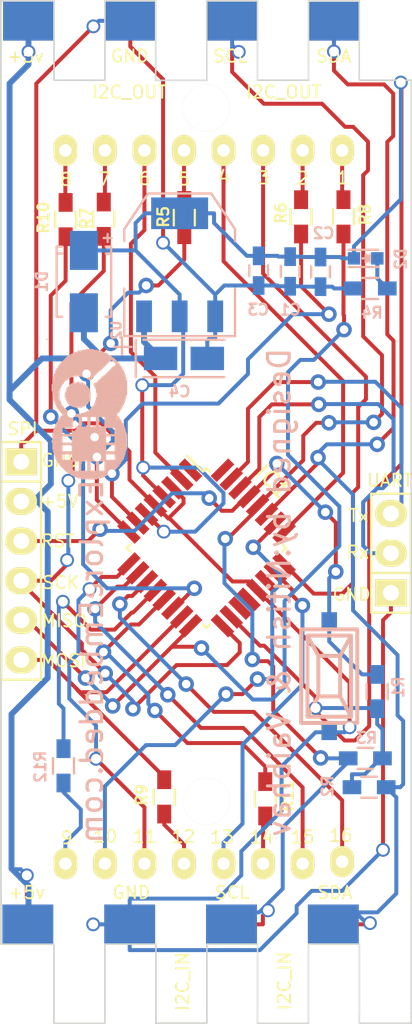
<source format=kicad_pcb>
(kicad_pcb (version 20171130) (host pcbnew "(5.1.12)-1")
  (layers (0 F.Cu signal) (31 B.Cu signal) (34 B.Paste user hide) (35 F.Paste user hide) (36 B.SilkS user hide) (37 F.SilkS user hide) (38 B.Mask user hide) (39 F.Mask user hide) (44 Edge.Cuts user))
  (net 0 "")
  (net 1 +3V3)
  (net 2 GND)
  (net 3 +5V)
  (net 4 "Net-(D2-Pad2)")
  (net 5 "Net-(IC1-Pad1)")
  (net 6 /PB6)
  (net 7 /PB7)
  (net 8 "Net-(IC1-Pad19)")
  (net 9 "Net-(IC1-Pad20)")
  (net 10 "Net-(IC1-Pad22)")
  (net 11 /SDA)
  (net 12 /SCL)
  (net 13 /Rx)
  (net 14 /Tx)
  (net 15 "Net-(IC1-Pad32)")
  (net 16 "Net-(IC1-Pad2)")
  (net 17 "Net-(IC1-Pad9)")
  (net 18 "Net-(IC1-Pad10)")
  (net 19 "Net-(IC1-Pad11)")
  (net 20 "Net-(IC1-Pad12)")
  (net 21 "Net-(IC1-Pad13)")
  (net 22 "Net-(IC1-Pad14)")
  (net 23 "Net-(IC1-Pad23)")
  (net 24 "Net-(IC1-Pad24)")
  (net 25 "Net-(IC1-Pad25)")
  (net 26 "Net-(IC1-Pad26)")
  (net 27 /RST)
  (net 28 "Net-(R5-Pad2)")
  (net 29 "Net-(R6-Pad2)")
  (net 30 "Net-(R7-Pad2)")
  (net 31 "Net-(R8-Pad2)")
  (net 32 "Net-(R9-Pad2)")
  (net 33 "Net-(R10-Pad2)")
  (net 34 "Net-(R11-Pad2)")
  (net 35 "Net-(R12-Pad2)")
  (net 36 /MOSI)
  (net 37 /MISO)
  (net 38 /SCK)
  (net 39 "Net-(P5-Pad1)")
  (net 40 "Net-(P6-Pad1)")
  (module "matrix:8x8dot matrix" (layer F.Cu) (at 145.88 123.37 180)
    (fp_text reference U1 (at -16.84 0.55 180) (layer F.SilkS) (effects (font (size 1.5 1.5))))
    (fp_text value DispHB2388 hide)
    (pad 1 thru_hole oval (at -3.81 17.77754 270) (size 2 1.524) (drill 0.8) (layers *.Cu *.Mask F.SilkS) (net 31 "Net-(R8-Pad2)"))
    (pad 2 thru_hole oval (at -1.27 17.77754 270) (size 2 1.524) (drill 0.8) (layers *.Cu *.Mask F.SilkS) (net 29 "Net-(R6-Pad2)"))
    (pad 3 thru_hole oval (at 1.27 17.77754 270) (size 2 1.524) (drill 0.8) (layers *.Cu *.Mask F.SilkS) (net 24 "Net-(IC1-Pad24)"))
    (pad 4 thru_hole oval (at 3.81 17.77754 270) (size 2 1.524) (drill 0.8) (layers *.Cu *.Mask F.SilkS) (net 25 "Net-(IC1-Pad25)"))
    (pad 5 thru_hole oval (at 6.35 17.77754 270) (size 2 1.524) (drill 0.8) (layers *.Cu *.Mask F.SilkS) (net 28 "Net-(R5-Pad2)"))
    (pad 6 thru_hole oval (at 8.89 17.77754 270) (size 2 1.524) (drill 0.8) (layers *.Cu *.Mask F.SilkS) (net 16 "Net-(IC1-Pad2)"))
    (pad 7 thru_hole oval (at 11.43 17.77754 270) (size 2 1.524) (drill 0.8) (layers *.Cu *.Mask F.SilkS) (net 30 "Net-(R7-Pad2)"))
    (pad 8 thru_hole oval (at 13.97 17.77754 270) (size 2 1.524) (drill 0.8) (layers *.Cu *.Mask F.SilkS) (net 33 "Net-(R10-Pad2)"))
    (pad 16 thru_hole oval (at -3.81 -27.81 270) (size 2 1.524) (drill 0.8) (layers *.Cu *.Mask F.SilkS) (net 19 "Net-(IC1-Pad11)"))
    (pad 15 thru_hole oval (at -1.27 -27.94 270) (size 2 1.524) (drill 0.8) (layers *.Cu *.Mask F.SilkS) (net 18 "Net-(IC1-Pad10)"))
    (pad 14 thru_hole oval (at 1.27 -27.94 270) (size 2 1.524) (drill 0.8) (layers *.Cu *.Mask F.SilkS) (net 34 "Net-(R11-Pad2)"))
    (pad 13 thru_hole oval (at 3.81 -27.94 270) (size 2 1.524) (drill 0.8) (layers *.Cu *.Mask F.SilkS) (net 23 "Net-(IC1-Pad23)"))
    (pad 12 thru_hole oval (at 6.35 -27.94 270) (size 2 1.524) (drill 0.8) (layers *.Cu *.Mask F.SilkS) (net 32 "Net-(R9-Pad2)"))
    (pad 11 thru_hole oval (at 8.89 -27.94 270) (size 2 1.524) (drill 0.8) (layers *.Cu *.Mask F.SilkS) (net 17 "Net-(IC1-Pad9)"))
    (pad 10 thru_hole oval (at 11.43 -27.94 270) (size 2 1.524) (drill 0.8) (layers *.Cu *.Mask F.SilkS) (net 26 "Net-(IC1-Pad26)"))
    (pad 9 thru_hole oval (at 13.97 -27.94 270) (size 2 1.524) (drill 0.8) (layers *.Cu *.Mask F.SilkS) (net 35 "Net-(R12-Pad2)"))
  )
  (module Capacitors_Tantalum_SMD:TantalC_SizeA_EIA-3216_Wave (layer B.Cu) (at 139.525 118.925)
    (fp_text reference C4 (at -0.275 2.125) (layer B.SilkS) (effects (font (size 0.7 0.7)) (justify mirror)))
    (fp_text value 10uF hide)
    (pad 2 smd rect (at 1.50114 0) (size 2.14884 1.50114) (layers B.Cu B.Paste B.Mask) (net 2 GND))
    (pad 1 smd rect (at -1.50114 0) (size 2.14884 1.50114) (layers B.Cu B.Paste B.Mask) (net 3 +5V))
  )
  (module lm1117:lm117_SOT-223 (layer B.Cu) (at 139.25 112.925 180)
    (fp_text reference U2 (at 4.064 -4.191 90) (layer B.SilkS) (effects (font (size 0.6 0.6)) (justify mirror)))
    (fp_text value lm1117/3.3 hide)
    (pad 4 smd rect (at 0 3.302 180) (size 3.6576 2.032) (layers B.Cu B.Paste B.Mask) (net 1 +3V3))
    (pad 2 smd rect (at 0 -3.302 180) (size 1.016 2.032) (layers B.Cu B.Paste B.Mask) (net 1 +3V3))
    (pad 3 smd rect (at 2.286 -3.302 180) (size 1.016 2.032) (layers B.Cu B.Paste B.Mask) (net 3 +5V))
    (pad 1 smd rect (at -2.286 -3.302 180) (size 1.016 2.032) (layers B.Cu B.Paste B.Mask) (net 2 GND))
  )
  (module Diodes_SMD:SMA_Standard (layer B.Cu) (at 133.1 114 270)
    (fp_text reference D1 (at 0 2.7 270) (layer B.SilkS) (effects (font (size 0.7 0.7)) (justify mirror)))
    (fp_text value DIODE hide)
    (pad 1 smd rect (at -1.99898 0 270) (size 2.49936 1.80086) (layers B.Cu B.Paste B.Mask) (net 1 +3V3))
    (pad 2 smd rect (at 1.99898 0 270) (size 2.49936 1.80086) (layers B.Cu B.Paste B.Mask) (net 3 +5V))
  )
  (module Connect:1pin (layer F.Cu) (at 140.97 147.32 180)
    (fp_text reference P5 hide)
    (fp_text value CONN_01X01 hide)
    (pad 1 thru_hole circle (at 0 0 180) (size 3 3) (drill 3) (layers *.Cu *.Mask F.SilkS) (net 39 "Net-(P5-Pad1)"))
  )
  (module Connect:1pin (layer F.Cu) (at 140.97 102.87)
    (fp_text reference P6 hide)
    (fp_text value CONN_01X01 hide)
    (pad 1 thru_hole circle (at 0 0) (size 3 3) (drill 3) (layers *.Cu *.Mask F.SilkS) (net 40 "Net-(P6-Pad1)"))
  )
  (module Pin_Headers:Pin_Header_Straight_1x03 (layer F.Cu) (at 152.825 133.95 180)
    (fp_text reference P4 hide)
    (fp_text value CONN_01X03 hide)
    (pad 1 thru_hole rect (at 0 0 180) (size 2.032 1.7272) (drill 1.016) (layers *.Cu *.Mask F.SilkS) (net 2 GND))
    (pad 2 thru_hole oval (at 0 2.54 180) (size 2.032 1.7272) (drill 1.016) (layers *.Cu *.Mask F.SilkS) (net 13 /Rx))
    (pad 3 thru_hole oval (at 0 5.08 180) (size 2.032 1.7272) (drill 1.016) (layers *.Cu *.Mask F.SilkS) (net 14 /Tx))
  )
  (module Pin_Headers:Pin_Header_Straight_1x06 (layer F.Cu) (at 129.075 125.55)
    (fp_text reference P1 hide)
    (fp_text value CONN_01X06 hide)
    (pad 1 thru_hole rect (at 0 0) (size 2.032 1.7272) (drill 1.016) (layers *.Cu *.Mask F.SilkS) (net 2 GND))
    (pad 2 thru_hole oval (at 0 2.54) (size 2.032 1.7272) (drill 1.016) (layers *.Cu *.Mask F.SilkS) (net 3 +5V))
    (pad 3 thru_hole oval (at 0 5.08) (size 2.032 1.7272) (drill 1.016) (layers *.Cu *.Mask F.SilkS) (net 27 /RST))
    (pad 4 thru_hole oval (at 0 7.62) (size 2.032 1.7272) (drill 1.016) (layers *.Cu *.Mask F.SilkS) (net 38 /SCK))
    (pad 5 thru_hole oval (at 0 10.16) (size 2.032 1.7272) (drill 1.016) (layers *.Cu *.Mask F.SilkS) (net 37 /MISO))
    (pad 6 thru_hole oval (at 0 12.7) (size 2.032 1.7272) (drill 1.016) (layers *.Cu *.Mask F.SilkS) (net 36 /MOSI))
  )
  (module matrix:matrix_connector (layer F.Cu) (at 129.54 97.282 90)
    (fp_text reference P2 hide)
    (fp_text value CONN_01X04 hide)
    (pad 1 connect rect (at 0 0 90) (size 2.54 3.27025) (layers F.Cu F.Mask) (net 3 +5V))
    (pad 2 connect rect (at 0 6.5405 90) (size 2.54 3.27025) (layers F.Cu F.Mask) (net 2 GND))
    (pad 3 connect rect (at 0 13.081 90) (size 2.54 3.27025) (layers F.Cu F.Mask) (net 12 /SCL))
    (pad 4 connect rect (at 0 19.6215 90) (size 2.54 3.27025) (layers F.Cu F.Mask) (net 11 /SDA))
    (pad 1 connect rect (at 0 0 90) (size 2.54 3.27025) (layers B.Cu F.Mask) (net 3 +5V))
    (pad 2 connect rect (at 0 6.5405 90) (size 2.54 3.27025) (layers B.Cu F.Mask) (net 2 GND))
    (pad 3 connect rect (at 0 13.081 90) (size 2.54 3.27025) (layers B.Cu F.Mask) (net 12 /SCL))
    (pad 4 connect rect (at 0 19.6215 90) (size 2.54 3.27025) (layers B.Cu F.Mask) (net 11 /SDA))
  )
  (module LEDs:LED-0603 (layer B.Cu) (at 151.2 112.51)
    (fp_text reference D2 (at 2.25 0.04 90) (layer B.SilkS) (effects (font (size 0.7 0.7)) (justify mirror)))
    (fp_text value LED hide)
    (pad 2 smd rect (at 0.7493 0 180) (size 0.79756 0.79756) (layers B.Cu B.Paste B.Mask) (net 4 "Net-(D2-Pad2)"))
    (pad 1 smd rect (at -0.7493 0 180) (size 0.79756 0.79756) (layers B.Cu B.Paste B.Mask) (net 1 +3V3))
  )
  (module Housings_QFP:TQFP-32_7x7mm_Pitch0.8mm (layer F.Cu) (at 140.975 131.075 315)
    (fp_text reference IC1 (at 0 -6.05 315) (layer F.SilkS))
    (fp_text value ATMEGA8-AI hide)
    (pad 1 smd rect (at -4.25 -2.8 315) (size 1.6 0.55) (layers F.Cu F.Paste F.Mask) (net 5 "Net-(IC1-Pad1)"))
    (pad 2 smd rect (at -4.25 -2 315) (size 1.6 0.55) (layers F.Cu F.Paste F.Mask) (net 16 "Net-(IC1-Pad2)"))
    (pad 3 smd rect (at -4.25 -1.2 315) (size 1.6 0.55) (layers F.Cu F.Paste F.Mask) (net 2 GND))
    (pad 4 smd rect (at -4.25 -0.4 315) (size 1.6 0.55) (layers F.Cu F.Paste F.Mask) (net 1 +3V3))
    (pad 5 smd rect (at -4.25 0.4 315) (size 1.6 0.55) (layers F.Cu F.Paste F.Mask) (net 2 GND))
    (pad 6 smd rect (at -4.25 1.2 315) (size 1.6 0.55) (layers F.Cu F.Paste F.Mask) (net 1 +3V3))
    (pad 7 smd rect (at -4.25 2 315) (size 1.6 0.55) (layers F.Cu F.Paste F.Mask) (net 6 /PB6))
    (pad 8 smd rect (at -4.25 2.8 315) (size 1.6 0.55) (layers F.Cu F.Paste F.Mask) (net 7 /PB7))
    (pad 9 smd rect (at -2.8 4.25 45) (size 1.6 0.55) (layers F.Cu F.Paste F.Mask) (net 17 "Net-(IC1-Pad9)"))
    (pad 10 smd rect (at -2 4.25 45) (size 1.6 0.55) (layers F.Cu F.Paste F.Mask) (net 18 "Net-(IC1-Pad10)"))
    (pad 11 smd rect (at -1.2 4.25 45) (size 1.6 0.55) (layers F.Cu F.Paste F.Mask) (net 19 "Net-(IC1-Pad11)"))
    (pad 12 smd rect (at -0.4 4.25 45) (size 1.6 0.55) (layers F.Cu F.Paste F.Mask) (net 20 "Net-(IC1-Pad12)"))
    (pad 13 smd rect (at 0.4 4.25 45) (size 1.6 0.55) (layers F.Cu F.Paste F.Mask) (net 21 "Net-(IC1-Pad13)"))
    (pad 14 smd rect (at 1.2 4.25 45) (size 1.6 0.55) (layers F.Cu F.Paste F.Mask) (net 22 "Net-(IC1-Pad14)"))
    (pad 15 smd rect (at 2 4.25 45) (size 1.6 0.55) (layers F.Cu F.Paste F.Mask) (net 36 /MOSI))
    (pad 16 smd rect (at 2.8 4.25 45) (size 1.6 0.55) (layers F.Cu F.Paste F.Mask) (net 37 /MISO))
    (pad 17 smd rect (at 4.25 2.8 315) (size 1.6 0.55) (layers F.Cu F.Paste F.Mask) (net 38 /SCK))
    (pad 18 smd rect (at 4.25 2 315) (size 1.6 0.55) (layers F.Cu F.Paste F.Mask) (net 1 +3V3))
    (pad 19 smd rect (at 4.25 1.2 315) (size 1.6 0.55) (layers F.Cu F.Paste F.Mask) (net 8 "Net-(IC1-Pad19)"))
    (pad 20 smd rect (at 4.25 0.4 315) (size 1.6 0.55) (layers F.Cu F.Paste F.Mask) (net 9 "Net-(IC1-Pad20)"))
    (pad 21 smd rect (at 4.25 -0.4 315) (size 1.6 0.55) (layers F.Cu F.Paste F.Mask) (net 2 GND))
    (pad 22 smd rect (at 4.25 -1.2 315) (size 1.6 0.55) (layers F.Cu F.Paste F.Mask) (net 10 "Net-(IC1-Pad22)"))
    (pad 23 smd rect (at 4.25 -2 315) (size 1.6 0.55) (layers F.Cu F.Paste F.Mask) (net 23 "Net-(IC1-Pad23)"))
    (pad 24 smd rect (at 4.25 -2.8 315) (size 1.6 0.55) (layers F.Cu F.Paste F.Mask) (net 24 "Net-(IC1-Pad24)"))
    (pad 25 smd rect (at 2.8 -4.25 45) (size 1.6 0.55) (layers F.Cu F.Paste F.Mask) (net 25 "Net-(IC1-Pad25)"))
    (pad 26 smd rect (at 2 -4.25 45) (size 1.6 0.55) (layers F.Cu F.Paste F.Mask) (net 26 "Net-(IC1-Pad26)"))
    (pad 27 smd rect (at 1.2 -4.25 45) (size 1.6 0.55) (layers F.Cu F.Paste F.Mask) (net 11 /SDA))
    (pad 28 smd rect (at 0.4 -4.25 45) (size 1.6 0.55) (layers F.Cu F.Paste F.Mask) (net 12 /SCL))
    (pad 29 smd rect (at -0.4 -4.25 45) (size 1.6 0.55) (layers F.Cu F.Paste F.Mask) (net 27 /RST))
    (pad 30 smd rect (at -1.2 -4.25 45) (size 1.6 0.55) (layers F.Cu F.Paste F.Mask) (net 13 /Rx))
    (pad 31 smd rect (at -2 -4.25 45) (size 1.6 0.55) (layers F.Cu F.Paste F.Mask) (net 14 /Tx))
    (pad 32 smd rect (at -2.8 -4.25 45) (size 1.6 0.55) (layers F.Cu F.Paste F.Mask) (net 15 "Net-(IC1-Pad32)"))
  )
  (module Capacitors_SMD:C_0603_HandSoldering (layer B.Cu) (at 146.35 113.35 270)
    (fp_text reference C1 (at 2.45 0) (layer B.SilkS) (effects (font (size 0.7 0.7)) (justify mirror)))
    (fp_text value 0.1uf hide)
    (pad 1 smd rect (at -0.95 0 270) (size 1.2 0.75) (layers B.Cu B.Paste B.Mask) (net 1 +3V3))
    (pad 2 smd rect (at 0.95 0 270) (size 1.2 0.75) (layers B.Cu B.Paste B.Mask) (net 2 GND))
  )
  (module Capacitors_SMD:C_0603_HandSoldering (layer B.Cu) (at 148.3 113.375 270)
    (fp_text reference C2 (at -2.475 -0.2) (layer B.SilkS) (effects (font (size 0.7 0.7)) (justify mirror)))
    (fp_text value 0.1uf hide)
    (pad 1 smd rect (at -0.95 0 270) (size 1.2 0.75) (layers B.Cu B.Paste B.Mask) (net 1 +3V3))
    (pad 2 smd rect (at 0.95 0 270) (size 1.2 0.75) (layers B.Cu B.Paste B.Mask) (net 2 GND))
  )
  (module Capacitors_SMD:C_0603_HandSoldering (layer B.Cu) (at 144.325 113.3 270)
    (fp_text reference C3 (at 2.5 0.025) (layer B.SilkS) (effects (font (size 0.7 0.7)) (justify mirror)))
    (fp_text value 0.1uf hide)
    (pad 1 smd rect (at -0.95 0 270) (size 1.2 0.75) (layers B.Cu B.Paste B.Mask) (net 1 +3V3))
    (pad 2 smd rect (at 0.95 0 270) (size 1.2 0.75) (layers B.Cu B.Paste B.Mask) (net 2 GND))
  )
  (module Resistors_SMD:R_0603_HandSoldering (layer B.Cu) (at 151.94 140.28 90)
    (fp_text reference R1 (at 0.28 1.36 90) (layer B.SilkS) (effects (font (size 0.7 0.7)) (justify mirror)))
    (fp_text value 10K hide)
    (pad 1 smd rect (at -1.1 0 90) (size 1.2 0.9) (layers B.Cu B.Paste B.Mask) (net 1 +3V3))
    (pad 2 smd rect (at 1.1 0 90) (size 1.2 0.9) (layers B.Cu B.Paste B.Mask) (net 27 /RST))
  )
  (module Resistors_SMD:R_0603_HandSoldering (layer B.Cu) (at 151.42 146.41)
    (fp_text reference R2 (at -2.67 -0.06 90) (layer B.SilkS) (effects (font (size 0.7 0.7)) (justify mirror)))
    (fp_text value 10K hide)
    (pad 1 smd rect (at -1.1 0) (size 1.2 0.9) (layers B.Cu B.Paste B.Mask) (net 1 +3V3))
    (pad 2 smd rect (at 1.1 0) (size 1.2 0.9) (layers B.Cu B.Paste B.Mask) (net 11 /SDA))
  )
  (module Resistors_SMD:R_0603_HandSoldering (layer B.Cu) (at 151.18 144.56 180)
    (fp_text reference R3 (at -0.07 1.31 180) (layer B.SilkS) (effects (font (size 0.7 0.7)) (justify mirror)))
    (fp_text value 10K hide)
    (pad 1 smd rect (at -1.1 0 180) (size 1.2 0.9) (layers B.Cu B.Paste B.Mask) (net 1 +3V3))
    (pad 2 smd rect (at 1.1 0 180) (size 1.2 0.9) (layers B.Cu B.Paste B.Mask) (net 12 /SCL))
  )
  (module Resistors_SMD:R_0603_HandSoldering (layer B.Cu) (at 151.49 114.44 180)
    (fp_text reference R4 (at -0.11 -1.56 180) (layer B.SilkS) (effects (font (size 0.7 0.7)) (justify mirror)))
    (fp_text value 470E hide)
    (pad 1 smd rect (at -1.1 0 180) (size 1.2 0.9) (layers B.Cu B.Paste B.Mask) (net 4 "Net-(D2-Pad2)"))
    (pad 2 smd rect (at 1.1 0 180) (size 1.2 0.9) (layers B.Cu B.Paste B.Mask) (net 2 GND))
  )
  (module Resistors_SMD:R_0603_HandSoldering (layer F.Cu) (at 139.55 109.9 90)
    (fp_text reference R5 (at 0.05 -1.35 90) (layer F.SilkS) (effects (font (size 0.7 0.7))))
    (fp_text value 22E hide)
    (pad 1 smd rect (at -1.1 0 90) (size 1.2 0.9) (layers F.Cu F.Paste F.Mask) (net 7 /PB7))
    (pad 2 smd rect (at 1.1 0 90) (size 1.2 0.9) (layers F.Cu F.Paste F.Mask) (net 28 "Net-(R5-Pad2)"))
  )
  (module Resistors_SMD:R_0603_HandSoldering (layer F.Cu) (at 147.05 109.85 90)
    (fp_text reference R6 (at 0.25 -1.3 90) (layer F.SilkS) (effects (font (size 0.7 0.7))))
    (fp_text value 22E hide)
    (pad 1 smd rect (at -1.1 0 90) (size 1.2 0.9) (layers F.Cu F.Paste F.Mask) (net 6 /PB6))
    (pad 2 smd rect (at 1.1 0 90) (size 1.2 0.9) (layers F.Cu F.Paste F.Mask) (net 29 "Net-(R6-Pad2)"))
  )
  (module Resistors_SMD:R_0603_HandSoldering (layer F.Cu) (at 134.375 110 90)
    (fp_text reference R7 (at 0.05 -1.125 90) (layer F.SilkS) (effects (font (size 0.7 0.7))))
    (fp_text value 22E hide)
    (pad 1 smd rect (at -1.1 0 90) (size 1.2 0.9) (layers F.Cu F.Paste F.Mask) (net 38 /SCK))
    (pad 2 smd rect (at 1.1 0 90) (size 1.2 0.9) (layers F.Cu F.Paste F.Mask) (net 30 "Net-(R7-Pad2)"))
  )
  (module Resistors_SMD:R_0603_HandSoldering (layer F.Cu) (at 149.775 109.85 90)
    (fp_text reference R8 (at 0.15 1.375 90) (layer F.SilkS) (effects (font (size 0.7 0.7))))
    (fp_text value 22E hide)
    (pad 1 smd rect (at -1.1 0 90) (size 1.2 0.9) (layers F.Cu F.Paste F.Mask) (net 37 /MISO))
    (pad 2 smd rect (at 1.1 0 90) (size 1.2 0.9) (layers F.Cu F.Paste F.Mask) (net 31 "Net-(R8-Pad2)"))
  )
  (module Resistors_SMD:R_0603_HandSoldering (layer F.Cu) (at 138.26 147.03 270)
    (fp_text reference R9 (at -0.13 1.46 270) (layer F.SilkS) (effects (font (size 0.7 0.7))))
    (fp_text value 22E hide)
    (pad 1 smd rect (at -1.1 0 270) (size 1.2 0.9) (layers F.Cu F.Paste F.Mask) (net 36 /MOSI))
    (pad 2 smd rect (at 1.1 0 270) (size 1.2 0.9) (layers F.Cu F.Paste F.Mask) (net 32 "Net-(R9-Pad2)"))
  )
  (module Resistors_SMD:R_0603_HandSoldering (layer F.Cu) (at 131.925 110.025 90)
    (fp_text reference R10 (at 0.125 -1.425 90) (layer F.SilkS) (effects (font (size 0.7 0.7))))
    (fp_text value 22E hide)
    (pad 1 smd rect (at -1.1 0 90) (size 1.2 0.9) (layers F.Cu F.Paste F.Mask) (net 22 "Net-(IC1-Pad14)"))
    (pad 2 smd rect (at 1.1 0 90) (size 1.2 0.9) (layers F.Cu F.Paste F.Mask) (net 33 "Net-(R10-Pad2)"))
  )
  (module Resistors_SMD:R_0603_HandSoldering (layer F.Cu) (at 144.75 147.15 270)
    (fp_text reference R11 (at -0.2 -1.45 270) (layer F.SilkS) (effects (font (size 0.7 0.7))))
    (fp_text value 22E hide)
    (pad 1 smd rect (at -1.1 0 270) (size 1.2 0.9) (layers F.Cu F.Paste F.Mask) (net 21 "Net-(IC1-Pad13)"))
    (pad 2 smd rect (at 1.1 0 270) (size 1.2 0.9) (layers F.Cu F.Paste F.Mask) (net 34 "Net-(R11-Pad2)"))
  )
  (module Resistors_SMD:R_0603_HandSoldering (layer B.Cu) (at 131.79 145.04 270)
    (fp_text reference R12 (at 0.06 1.49 270) (layer B.SilkS) (effects (font (size 0.7 0.7)) (justify mirror)))
    (fp_text value 22E hide)
    (pad 1 smd rect (at -1.1 0 270) (size 1.2 0.9) (layers B.Cu B.Paste B.Mask) (net 20 "Net-(IC1-Pad12)"))
    (pad 2 smd rect (at 1.1 0 270) (size 1.2 0.9) (layers B.Cu B.Paste B.Mask) (net 35 "Net-(R12-Pad2)"))
  )
  (module switch:smd_push (layer B.Cu) (at 148.86 139.29 90)
    (fp_text reference SW1 hide)
    (fp_text value SPST hide)
    (pad 1 smd rect (at -3.59918 0 90) (size 1.00076 1.00076) (layers B.Cu B.Paste B.Mask) (net 2 GND))
    (pad 2 smd rect (at 3.59918 0 90) (size 1.00076 1.00076) (layers B.Cu B.Paste B.Mask) (net 27 /RST))
  )
  (module matrix:matrix_connector (layer F.Cu) (at 129.5 155.2 90)
    (fp_text reference P3 hide)
    (fp_text value CONN_01X04 hide)
    (pad 1 connect rect (at 0 0 90) (size 2.54 3.27025) (layers F.Cu F.Mask) (net 3 +5V))
    (pad 2 connect rect (at 0 6.5405 90) (size 2.54 3.27025) (layers F.Cu F.Mask) (net 2 GND))
    (pad 3 connect rect (at 0 13.081 90) (size 2.54 3.27025) (layers F.Cu F.Mask) (net 12 /SCL))
    (pad 4 connect rect (at 0 19.6215 90) (size 2.54 3.27025) (layers F.Cu F.Mask) (net 11 /SDA))
    (pad 1 connect rect (at 0 0 90) (size 2.54 3.27025) (layers B.Cu F.Mask) (net 3 +5V))
    (pad 2 connect rect (at 0 6.5405 90) (size 2.54 3.27025) (layers B.Cu F.Mask) (net 2 GND))
    (pad 3 connect rect (at 0 13.081 90) (size 2.54 3.27025) (layers B.Cu F.Mask) (net 12 /SCL))
    (pad 4 connect rect (at 0 19.6215 90) (size 2.54 3.27025) (layers B.Cu F.Mask) (net 11 /SDA))
  )
  (module "lm1117:LOGO (2)" (layer B.Cu) (at 130.675 117.675 270)
    (fp_text reference LOGO hide)
    (fp_text value "" (at 0 0 270) (layer B.SilkS) (effects (font (size 1.524 1.524)) (justify mirror)))
  )
  (gr_text I2C_IN (at 145.975 158.825 90) (layer F.SilkS) (effects (font (size 0.8 0.8) (thickness 0.12))))
  (gr_text "Designed by:Nitish & Vaibhav" (at 145.65 133.925 90) (layer B.SilkS) (effects (font (size 1.4 1.4) (thickness 0.2)) (justify mirror)))
  (gr_text ExploreEmbedded.com (at 133.6 138.35 90) (layer B.SilkS) (effects (font (size 1.4 1.4) (thickness 0.2)) (justify mirror)))
  (gr_text I2C_OUT (at 145.923 101.854) (layer F.SilkS) (effects (font (size 0.8 0.8) (thickness 0.12))))
  (gr_text 16 (at 149.6 149.5) (layer F.SilkS) (effects (font (size 0.8 0.8) (thickness 0.12))))
  (gr_text 15 (at 147.15 149.6) (layer F.SilkS) (effects (font (size 0.8 0.8) (thickness 0.12))))
  (gr_text 14 (at 144.526 149.606) (layer F.SilkS) (effects (font (size 0.8 0.8) (thickness 0.12))))
  (gr_text 13 (at 141.986 149.606) (layer F.SilkS) (effects (font (size 0.8 0.8) (thickness 0.12))))
  (gr_text 12 (at 139.5 149.575) (layer F.SilkS) (effects (font (size 0.8 0.8) (thickness 0.12))))
  (gr_text 11 (at 137 149.575) (layer F.SilkS) (effects (font (size 0.8 0.8) (thickness 0.12))))
  (gr_text 10 (at 134.475 149.55) (layer F.SilkS) (effects (font (size 0.8 0.8) (thickness 0.12))))
  (gr_text 9 (at 132 149.65) (layer F.SilkS) (effects (font (size 0.8 0.8) (thickness 0.12))))
  (gr_text 8 (at 131.95 107.45) (layer F.SilkS) (effects (font (size 0.8 0.8) (thickness 0.12))))
  (gr_text 7 (at 134.425 107.425) (layer F.SilkS) (effects (font (size 0.8 0.8) (thickness 0.12))))
  (gr_text 6 (at 137 107.4) (layer F.SilkS) (effects (font (size 0.8 0.8) (thickness 0.12))))
  (gr_text 5 (at 139.525 107.425) (layer F.SilkS) (effects (font (size 0.8 0.8) (thickness 0.12))))
  (gr_text 4 (at 142.1 107.3) (layer F.SilkS) (effects (font (size 0.8 0.8) (thickness 0.12))))
  (gr_text 3 (at 144.65 107.35) (layer F.SilkS) (effects (font (size 0.8 0.8) (thickness 0.12))))
  (gr_text 2 (at 147.15 107.375) (layer F.SilkS) (effects (font (size 0.8 0.8) (thickness 0.12))))
  (gr_text 1 (at 149.725 107.35) (layer F.SilkS) (effects (font (size 0.8 0.8) (thickness 0.12))))
  (gr_text I2C_IN (at 139.446 158.877 90) (layer F.SilkS) (effects (font (size 0.8 0.8) (thickness 0.12))))
  (gr_text I2C_OUT (at 136.017 101.854) (layer F.SilkS) (effects (font (size 0.8 0.8) (thickness 0.12))))
  (gr_text UART (at 152.75 126.75) (layer F.SilkS) (effects (font (size 0.8 0.8) (thickness 0.12))))
  (gr_text "GND\n" (at 150.3 134.05) (layer F.SilkS) (effects (font (size 0.8 0.8) (thickness 0.12))))
  (gr_text SPI (at 129.16 123.44) (layer F.SilkS) (effects (font (size 0.8 0.8) (thickness 0.12))))
  (gr_text "GND\n" (at 131.6 125.46) (layer F.SilkS) (effects (font (size 0.8 0.8) (thickness 0.12))))
  (gr_text +5V (at 131.53 128.09) (layer F.SilkS) (effects (font (size 0.8 0.8) (thickness 0.12))))
  (gr_text Rx (at 150.7 131.35) (layer F.SilkS) (effects (font (size 0.8 0.8) (thickness 0.12))))
  (gr_text Tx (at 150.75 129) (layer F.SilkS) (effects (font (size 0.8 0.8) (thickness 0.12))))
  (gr_text SCK (at 131.61 133.29) (layer F.SilkS) (effects (font (size 0.8 0.8) (thickness 0.12))))
  (gr_text MISO (at 131.84 135.74) (layer F.SilkS) (effects (font (size 0.8 0.8) (thickness 0.12))))
  (gr_text MOSI (at 131.8 138.3) (layer F.SilkS) (effects (font (size 0.8 0.8) (thickness 0.12))))
  (gr_text "RST\n" (at 131.44 130.63) (layer F.SilkS) (effects (font (size 0.8 0.8) (thickness 0.12))))
  (gr_text +5v (at 129.413 153.162) (layer F.SilkS) (effects (font (size 0.8 0.8) (thickness 0.12))))
  (gr_text GND (at 136.144 153.162) (layer F.SilkS) (effects (font (size 0.8 0.8) (thickness 0.12))))
  (gr_text SCL (at 142.621 153.162) (layer F.SilkS) (effects (font (size 0.8 0.8) (thickness 0.12))))
  (gr_text SDA (at 149.225 153.162) (layer F.SilkS) (effects (font (size 0.8 0.8) (thickness 0.12))))
  (gr_text SDA (at 149.15 99.55) (layer F.SilkS) (effects (font (size 0.8 0.8) (thickness 0.12))))
  (gr_text SCL (at 142.5 99.55) (layer F.SilkS) (effects (font (size 0.8 0.8) (thickness 0.12))))
  (gr_text GND (at 136.05 99.55) (layer F.SilkS) (effects (font (size 0.8 0.8) (thickness 0.12))))
  (gr_text +5v (at 129.35 99.55) (layer F.SilkS) (effects (font (size 0.8 0.8) (thickness 0.12))))
  (gr_line (start 150.80234 157.07868) (end 150.80234 160.84804) (angle 90) (layer Edge.Cuts) (width 0.1))
  (gr_line (start 147.52574 157.19552) (end 147.52574 160.8709) (angle 90) (layer Edge.Cuts) (width 0.1))
  (gr_line (start 150.7998 157.07614) (end 150.78456 157.07614) (angle 90) (layer Edge.Cuts) (width 0.1))
  (gr_line (start 150.7998 156.46654) (end 150.7998 157.07614) (angle 90) (layer Edge.Cuts) (width 0.1))
  (gr_line (start 147.52574 156.46654) (end 150.7998 156.46654) (angle 90) (layer Edge.Cuts) (width 0.1))
  (gr_line (start 147.52574 157.19044) (end 147.52574 156.46654) (angle 90) (layer Edge.Cuts) (width 0.1))
  (gr_line (start 141.00048 160.95472) (end 141.00302 160.95472) (angle 90) (layer Edge.Cuts) (width 0.1))
  (gr_line (start 141.00048 157.39872) (end 141.00048 160.95472) (angle 90) (layer Edge.Cuts) (width 0.1))
  (gr_line (start 144.25168 161.3916) (end 144.25422 161.3916) (angle 90) (layer Edge.Cuts) (width 0.1))
  (gr_line (start 144.25168 156.46908) (end 144.25168 161.3916) (angle 90) (layer Edge.Cuts) (width 0.1))
  (gr_line (start 141.00048 156.46908) (end 144.25168 156.46908) (angle 90) (layer Edge.Cuts) (width 0.1))
  (gr_line (start 141.00048 157.38856) (end 141.00048 156.46908) (angle 90) (layer Edge.Cuts) (width 0.1))
  (gr_line (start 137.72642 161.52876) (end 137.73658 161.52876) (angle 90) (layer Edge.Cuts) (width 0.1))
  (gr_line (start 137.72642 156.46908) (end 137.72642 161.52876) (angle 90) (layer Edge.Cuts) (width 0.1))
  (gr_line (start 134.44982 156.46908) (end 137.72642 156.46908) (angle 90) (layer Edge.Cuts) (width 0.1))
  (gr_line (start 134.44982 160.78708) (end 134.44982 156.46908) (angle 90) (layer Edge.Cuts) (width 0.1))
  (gr_line (start 131.16306 156.48432) (end 131.16306 156.49448) (angle 90) (layer Edge.Cuts) (width 0.1))
  (gr_line (start 131.17576 156.47162) (end 131.16306 156.48432) (angle 90) (layer Edge.Cuts) (width 0.1))
  (gr_line (start 131.17576 160.7947) (end 131.17576 156.47162) (angle 90) (layer Edge.Cuts) (width 0.1))
  (gr_line (start 127.77978 156.47416) (end 131.18084 156.47416) (angle 90) (layer Edge.Cuts) (width 0.1))
  (gr_line (start 127.77978 155.70708) (end 127.77978 156.47416) (angle 90) (layer Edge.Cuts) (width 0.1))
  (gr_line (start 154.1272 161.53892) (end 154.1272 161.5059) (angle 90) (layer Edge.Cuts) (width 0.1))
  (gr_line (start 150.79726 161.53892) (end 154.1272 161.53892) (angle 90) (layer Edge.Cuts) (width 0.1))
  (gr_line (start 147.52574 161.54654) (end 147.52574 161.5313) (angle 90) (layer Edge.Cuts) (width 0.1))
  (gr_line (start 144.25168 161.54654) (end 147.52574 161.54654) (angle 90) (layer Edge.Cuts) (width 0.1))
  (gr_line (start 141.00048 160.78708) (end 141.00048 161.53384) (angle 90) (layer Edge.Cuts) (width 0.1))
  (gr_line (start 137.72642 161.53384) (end 141.00556 161.53384) (angle 90) (layer Edge.Cuts) (width 0.1))
  (gr_line (start 134.45236 161.54908) (end 134.45236 161.55416) (angle 90) (layer Edge.Cuts) (width 0.1))
  (gr_line (start 131.18338 161.54908) (end 134.45236 161.54908) (angle 90) (layer Edge.Cuts) (width 0.1))
  (gr_line (start 154.12466 160.78708) (end 154.12466 161.54146) (angle 90) (layer Edge.Cuts) (width 0.1))
  (gr_line (start 150.79726 161.54146) (end 150.83028 161.54146) (angle 90) (layer Edge.Cuts) (width 0.1))
  (gr_line (start 150.79726 160.76422) (end 150.79726 161.54146) (angle 90) (layer Edge.Cuts) (width 0.1))
  (gr_line (start 147.52574 161.54146) (end 147.52828 161.54146) (angle 90) (layer Edge.Cuts) (width 0.1))
  (gr_line (start 147.52574 160.77184) (end 147.52574 161.54146) (angle 90) (layer Edge.Cuts) (width 0.1))
  (gr_line (start 144.25168 160.7947) (end 144.25168 161.544) (angle 90) (layer Edge.Cuts) (width 0.1))
  (gr_line (start 137.72642 161.53892) (end 137.70356 161.53892) (angle 90) (layer Edge.Cuts) (width 0.1))
  (gr_line (start 137.72642 160.78454) (end 137.72642 161.53892) (angle 90) (layer Edge.Cuts) (width 0.1))
  (gr_line (start 134.45 161.54) (end 134.44 161.54) (angle 90) (layer Edge.Cuts) (width 0.1))
  (gr_line (start 134.45 160.78) (end 134.45 161.54) (angle 90) (layer Edge.Cuts) (width 0.1))
  (gr_line (start 131.175 161.55) (end 131.175 161.525) (angle 90) (layer Edge.Cuts) (width 0.1))
  (gr_line (start 131.175 160.775) (end 131.175 161.55) (angle 90) (layer Edge.Cuts) (width 0.1))
  (gr_line (start 154.125 153.5) (end 154.125 153.1) (angle 90) (layer Edge.Cuts) (width 0.1))
  (gr_line (start 127.77 100.28) (end 127.77 96) (angle 90) (layer Edge.Cuts) (width 0.1))
  (gr_line (start 127.78 155.7) (end 127.78 153.07) (angle 90) (layer Edge.Cuts) (width 0.1))
  (gr_line (start 154.13 101.09) (end 154.11 101.09) (angle 90) (layer Edge.Cuts) (width 0.1))
  (gr_line (start 154.13 113.98) (end 154.13 101.09) (angle 90) (layer Edge.Cuts) (width 0.1))
  (gr_line (start 154.13 101.09) (end 154.13 101.1) (angle 90) (layer Edge.Cuts) (width 0.1))
  (gr_line (start 150.79 101.09) (end 154.13 101.09) (angle 90) (layer Edge.Cuts) (width 0.1))
  (gr_line (start 144.25 101.09) (end 147.54 101.09) (angle 90) (layer Edge.Cuts) (width 0.1))
  (gr_line (start 141 101.1) (end 141 101.05) (angle 90) (layer Edge.Cuts) (width 0.1))
  (gr_line (start 137.71 101.1) (end 141 101.1) (angle 90) (layer Edge.Cuts) (width 0.1))
  (gr_line (start 134.45 101.09) (end 134.45 101.1) (angle 90) (layer Edge.Cuts) (width 0.1))
  (gr_line (start 131.4 101.09) (end 134.45 101.09) (angle 90) (layer Edge.Cuts) (width 0.1))
  (gr_line (start 150.79 96.02) (end 150.79 98.7) (angle 90) (layer Edge.Cuts) (width 0.1))
  (gr_line (start 150.78 96.02) (end 150.79 96.02) (angle 90) (layer Edge.Cuts) (width 0.1))
  (gr_line (start 147.53 96.02) (end 150.78 96.02) (angle 90) (layer Edge.Cuts) (width 0.1))
  (gr_line (start 147.53 98.53) (end 147.53 96.01) (angle 90) (layer Edge.Cuts) (width 0.1))
  (gr_line (start 144.25 96.01) (end 144.25 98.63) (angle 90) (layer Edge.Cuts) (width 0.1))
  (gr_line (start 140.99 96.01) (end 144.25 96.01) (angle 90) (layer Edge.Cuts) (width 0.1))
  (gr_line (start 140.99 98.56) (end 140.99 96.01) (angle 90) (layer Edge.Cuts) (width 0.1))
  (gr_line (start 137.71 98.67) (end 137.72 98.67) (angle 90) (layer Edge.Cuts) (width 0.1))
  (gr_line (start 137.71 96.01) (end 137.71 98.67) (angle 90) (layer Edge.Cuts) (width 0.1))
  (gr_line (start 134.45 96.01) (end 137.71 96.01) (angle 90) (layer Edge.Cuts) (width 0.1))
  (gr_line (start 134.45 98.57) (end 134.45 96.01) (angle 90) (layer Edge.Cuts) (width 0.1))
  (gr_line (start 127.76 96.01) (end 127.94 96.01) (angle 90) (layer Edge.Cuts) (width 0.1))
  (gr_line (start 150.79 101.08) (end 150.81 101.08) (angle 90) (layer Edge.Cuts) (width 0.1))
  (gr_line (start 150.79 98.55) (end 150.79 101.08) (angle 90) (layer Edge.Cuts) (width 0.1))
  (gr_line (start 147.53 101.09) (end 147.56 101.09) (angle 90) (layer Edge.Cuts) (width 0.1))
  (gr_line (start 147.53 98.54) (end 147.53 101.09) (angle 90) (layer Edge.Cuts) (width 0.1))
  (gr_line (start 144.25 98.55) (end 144.25 101.09) (angle 90) (layer Edge.Cuts) (width 0.1))
  (gr_line (start 140.99 101.08) (end 140.97 101.08) (angle 90) (layer Edge.Cuts) (width 0.1))
  (gr_line (start 140.99 98.55) (end 140.99 101.08) (angle 90) (layer Edge.Cuts) (width 0.1))
  (gr_line (start 137.71 101.1) (end 137.72 101.1) (angle 90) (layer Edge.Cuts) (width 0.1))
  (gr_line (start 137.71 98.55) (end 137.71 101.1) (angle 90) (layer Edge.Cuts) (width 0.1))
  (gr_line (start 134.45 98.55) (end 134.45 101.075) (angle 90) (layer Edge.Cuts) (width 0.1))
  (gr_line (start 131.18 96.01) (end 131.18 101.09) (angle 90) (layer Edge.Cuts) (width 0.1))
  (gr_line (start 127.91 96.01) (end 131.18 96.01) (angle 90) (layer Edge.Cuts) (width 0.1))
  (gr_line (start 131.191 101.092) (end 131.699 101.092) (angle 90) (layer Edge.Cuts) (width 0.1))
  (gr_line (start 154.125 160.775) (end 154.125 160.675) (angle 90) (layer Edge.Cuts) (width 0.1))
  (gr_line (start 154.125 153.25) (end 154.125 160.7) (angle 90) (layer Edge.Cuts) (width 0.1))
  (gr_line (start 154.12974 153.162) (end 154.12974 153.15438) (angle 90) (layer Edge.Cuts) (width 0.1))
  (gr_line (start 127.77 103.69) (end 127.77 100.24) (angle 90) (layer Edge.Cuts) (width 0.1))
  (gr_line (start 99.5 93.5) (end 99.5 93) (angle 90) (layer F.SilkS) (width 0.2))
  (gr_line (start 179.5 67) (end 179.5 67.5) (angle 90) (layer F.SilkS) (width 0.2))
  (gr_line (start 154.125 113.975) (end 154.125 153.2) (angle 90) (layer Edge.Cuts) (width 0.1))
  (gr_line (start 154.125 153.2) (end 154.125 153.175) (angle 90) (layer Edge.Cuts) (width 0.1))
  (gr_line (start 127.775 124.15) (end 127.775 153.2) (angle 90) (layer Edge.Cuts) (width 0.1))
  (gr_line (start 127.775 124.15) (end 127.775 103.575) (angle 90) (layer Edge.Cuts) (width 0.1))
  (segment (start 147.98 141.3347) (end 147.98 141.551) (width 0.254) (layer F.Cu) (net 1))
  (segment (start 147.98 141.551) (end 149.8434 143.4144) (width 0.254) (layer F.Cu) (net 1))
  (segment (start 149.8434 143.4144) (end 150.5055 143.4144) (width 0.254) (layer F.Cu) (net 1))
  (segment (start 150.5055 143.4144) (end 151.4272 142.4927) (width 0.254) (layer F.Cu) (net 1))
  (segment (start 151.4272 142.4927) (end 151.4272 127.7652) (width 0.254) (layer F.Cu) (net 1))
  (segment (start 151.4272 127.7652) (end 153.5003 125.6921) (width 0.254) (layer F.Cu) (net 1))
  (segment (start 153.5003 125.6921) (end 153.5003 101.2808) (width 0.254) (layer F.Cu) (net 1))
  (segment (start 153.5003 101.2808) (end 153.4604 101.2409) (width 0.254) (layer F.Cu) (net 1))
  (segment (start 150.4507 111.7301) (end 153.4604 108.7204) (width 0.254) (layer B.Cu) (net 1))
  (segment (start 153.4604 108.7204) (end 153.4604 101.2409) (width 0.254) (layer B.Cu) (net 1))
  (segment (start 150.4507 112.51) (end 150.4507 111.7301) (width 0.254) (layer B.Cu) (net 1))
  (segment (start 142.566 135.4944) (end 144.4104 137.3388) (width 0.254) (layer F.Cu) (net 1))
  (segment (start 144.4104 137.3388) (end 144.686 137.3388) (width 0.254) (layer F.Cu) (net 1))
  (segment (start 144.686 137.3388) (end 147.98 140.6328) (width 0.254) (layer F.Cu) (net 1))
  (segment (start 147.98 140.6328) (end 147.98 141.3347) (width 0.254) (layer F.Cu) (net 1))
  (segment (start 150.4507 112.51) (end 149.6708 112.51) (width 0.254) (layer B.Cu) (net 1))
  (segment (start 151.94 141.8209) (end 151.4538 141.3347) (width 0.254) (layer B.Cu) (net 1))
  (segment (start 151.4538 141.3347) (end 147.98 141.3347) (width 0.254) (layer B.Cu) (net 1))
  (segment (start 136.9072 125.9214) (end 140.4456 125.9214) (width 0.254) (layer B.Cu) (net 1))
  (segment (start 140.4456 125.9214) (end 142.0683 127.5441) (width 0.254) (layer B.Cu) (net 1))
  (segment (start 142.0683 127.5441) (end 142.0683 128.208) (width 0.254) (layer B.Cu) (net 1))
  (segment (start 142.0683 128.208) (end 140.2475 130.0288) (width 0.254) (layer B.Cu) (net 1))
  (segment (start 140.2475 130.0288) (end 138.2318 130.0288) (width 0.254) (layer B.Cu) (net 1))
  (segment (start 138.2526 127.787) (end 136.9072 126.4416) (width 0.254) (layer F.Cu) (net 1))
  (segment (start 136.9072 126.4416) (end 136.9072 125.9214) (width 0.254) (layer F.Cu) (net 1))
  (segment (start 136.9072 125.9214) (end 136.8472 125.8614) (width 0.254) (layer F.Cu) (net 1))
  (segment (start 136.8472 125.8614) (end 136.8472 120.6372) (width 0.254) (layer F.Cu) (net 1))
  (segment (start 138.2318 130.0288) (end 137.1213 128.9183) (width 0.254) (layer F.Cu) (net 1))
  (segment (start 139.25 115.5284) (end 139.4795 115.7579) (width 0.254) (layer B.Cu) (net 1))
  (segment (start 139.4795 115.7579) (end 139.4795 119.9057) (width 0.254) (layer B.Cu) (net 1))
  (segment (start 139.4795 119.9057) (end 138.748 120.6372) (width 0.254) (layer B.Cu) (net 1))
  (segment (start 138.748 120.6372) (end 136.8472 120.6372) (width 0.254) (layer B.Cu) (net 1))
  (segment (start 139.25 115.5284) (end 139.25 114.8299) (width 0.254) (layer B.Cu) (net 1))
  (segment (start 139.25 116.227) (end 139.25 115.5284) (width 0.254) (layer B.Cu) (net 1))
  (segment (start 139.25 109.623) (end 141.4599 109.623) (width 0.254) (layer B.Cu) (net 1))
  (segment (start 144.325 112.35) (end 143.5689 112.35) (width 0.254) (layer B.Cu) (net 1))
  (segment (start 143.5689 112.35) (end 141.4599 110.241) (width 0.254) (layer B.Cu) (net 1))
  (segment (start 141.4599 110.241) (end 141.4599 109.623) (width 0.254) (layer B.Cu) (net 1))
  (segment (start 145.5939 112.4) (end 145.5439 112.35) (width 0.254) (layer B.Cu) (net 1))
  (segment (start 145.5439 112.35) (end 144.325 112.35) (width 0.254) (layer B.Cu) (net 1))
  (segment (start 136.4211 112.001) (end 139.25 114.8299) (width 0.254) (layer B.Cu) (net 1))
  (segment (start 133.1 112.001) (end 136.4211 112.001) (width 0.254) (layer B.Cu) (net 1))
  (segment (start 136.4211 112.001) (end 136.4211 110.242) (width 0.254) (layer B.Cu) (net 1))
  (segment (start 136.4211 110.242) (end 137.0401 109.623) (width 0.254) (layer B.Cu) (net 1))
  (segment (start 139.25 109.623) (end 137.0401 109.623) (width 0.254) (layer B.Cu) (net 1))
  (segment (start 148.3 112.425) (end 149.5858 112.425) (width 0.254) (layer B.Cu) (net 1))
  (segment (start 149.5858 112.425) (end 149.6708 112.51) (width 0.254) (layer B.Cu) (net 1))
  (segment (start 147.1061 112.4) (end 147.1311 112.425) (width 0.254) (layer B.Cu) (net 1))
  (segment (start 147.1311 112.425) (end 148.3 112.425) (width 0.254) (layer B.Cu) (net 1))
  (segment (start 146.35 112.4) (end 147.1061 112.4) (width 0.254) (layer B.Cu) (net 1))
  (segment (start 146.35 112.4) (end 145.5939 112.4) (width 0.254) (layer B.Cu) (net 1))
  (segment (start 151.94 141.8209) (end 151.94 142.3611) (width 0.254) (layer B.Cu) (net 1))
  (segment (start 151.94 141.38) (end 151.94 141.8209) (width 0.254) (layer B.Cu) (net 1))
  (segment (start 150.32 146.41) (end 150.32 145.5789) (width 0.254) (layer B.Cu) (net 1))
  (segment (start 152.2799 144.4501) (end 152.2799 142.701) (width 0.254) (layer B.Cu) (net 1))
  (segment (start 152.2799 142.701) (end 151.94 142.3611) (width 0.254) (layer B.Cu) (net 1))
  (segment (start 150.32 145.5789) (end 151.1511 145.5789) (width 0.254) (layer B.Cu) (net 1))
  (segment (start 151.1511 145.5789) (end 152.2799 144.4501) (width 0.254) (layer B.Cu) (net 1))
  (segment (start 152.2799 144.4501) (end 152.28 144.4501) (width 0.254) (layer B.Cu) (net 1))
  (segment (start 152.28 144.4501) (end 152.28 144.56) (width 0.254) (layer B.Cu) (net 1))
  (via (at 153.4604 101.2409) (size 0.889) (layers F.Cu B.Cu) (net 1))
  (via (at 136.9072 125.9214) (size 0.889) (layers F.Cu B.Cu) (net 1))
  (via (at 138.2318 130.0288) (size 0.889) (layers F.Cu B.Cu) (net 1))
  (via (at 136.8472 120.6372) (size 0.889) (layers F.Cu B.Cu) (net 1))
  (via (at 147.98 141.3347) (size 0.889) (layers F.Cu B.Cu) (net 1))
  (segment (start 152.315 150.4252) (end 152.315 135.7047) (width 0.254) (layer F.Cu) (net 2))
  (segment (start 152.315 135.7047) (end 152.825 135.1947) (width 0.254) (layer F.Cu) (net 2))
  (segment (start 152.825 133.95) (end 152.825 135.1947) (width 0.254) (layer F.Cu) (net 2))
  (segment (start 144.263 133.7974) (end 150.166 139.7004) (width 0.254) (layer F.Cu) (net 2))
  (segment (start 150.166 139.7004) (end 150.166 142.5693) (width 0.254) (layer F.Cu) (net 2))
  (segment (start 149.7415 142.8892) (end 149.8461 142.8892) (width 0.254) (layer B.Cu) (net 2))
  (segment (start 149.8461 142.8892) (end 150.166 142.5693) (width 0.254) (layer B.Cu) (net 2))
  (segment (start 139.5007 127.9037) (end 139.5007 128.2093) (width 0.254) (layer F.Cu) (net 2))
  (segment (start 139.5007 128.2093) (end 138.5222 129.1878) (width 0.254) (layer F.Cu) (net 2))
  (segment (start 150.39 114.44) (end 149.1711 114.44) (width 0.254) (layer B.Cu) (net 2))
  (segment (start 149.1711 114.44) (end 149.0561 114.325) (width 0.254) (layer B.Cu) (net 2))
  (segment (start 138.8183 127.2213) (end 139.5007 127.9037) (width 0.254) (layer F.Cu) (net 2))
  (segment (start 136.0405 155.2) (end 136.0405 156.8511) (width 0.254) (layer B.Cu) (net 2))
  (segment (start 136.0405 156.8511) (end 144.4029 156.8511) (width 0.254) (layer B.Cu) (net 2))
  (segment (start 144.4029 156.8511) (end 146.7659 154.4881) (width 0.254) (layer B.Cu) (net 2))
  (segment (start 146.7659 154.4881) (end 146.7659 154.0184) (width 0.254) (layer B.Cu) (net 2))
  (segment (start 146.7659 154.0184) (end 147.7293 153.055) (width 0.254) (layer B.Cu) (net 2))
  (segment (start 147.7293 153.055) (end 149.6852 153.055) (width 0.254) (layer B.Cu) (net 2))
  (segment (start 149.6852 153.055) (end 152.315 150.4252) (width 0.254) (layer B.Cu) (net 2))
  (segment (start 133.6954 155.2) (end 136.0405 155.2) (width 0.254) (layer B.Cu) (net 2))
  (segment (start 137.687 128.3526) (end 138.5222 129.1878) (width 0.254) (layer F.Cu) (net 2))
  (segment (start 137.687 128.3526) (end 136.0297 126.6953) (width 0.254) (layer F.Cu) (net 2))
  (segment (start 136.0297 126.6953) (end 136.0297 124.8952) (width 0.254) (layer F.Cu) (net 2))
  (segment (start 136.0297 124.8952) (end 134.2201 123.0856) (width 0.254) (layer F.Cu) (net 2))
  (segment (start 134.2201 123.0856) (end 133.0615 123.0856) (width 0.254) (layer F.Cu) (net 2))
  (segment (start 133.0615 123.0856) (end 132.5898 123.5573) (width 0.254) (layer F.Cu) (net 2))
  (segment (start 132.5898 123.5573) (end 130.042 123.5573) (width 0.254) (layer F.Cu) (net 2))
  (segment (start 141.536 114.8299) (end 138.213 111.5069) (width 0.254) (layer B.Cu) (net 2))
  (segment (start 138.213 111.5069) (end 138.1849 111.5069) (width 0.254) (layer B.Cu) (net 2))
  (segment (start 141.536 114.8299) (end 142.1159 114.25) (width 0.254) (layer B.Cu) (net 2))
  (segment (start 142.1159 114.25) (end 143.5689 114.25) (width 0.254) (layer B.Cu) (net 2))
  (segment (start 136.0805 98.9331) (end 138.1849 101.0375) (width 0.254) (layer F.Cu) (net 2))
  (segment (start 138.1849 101.0375) (end 138.1849 111.5069) (width 0.254) (layer F.Cu) (net 2))
  (segment (start 136.0805 97.282) (end 136.0805 98.9331) (width 0.254) (layer F.Cu) (net 2))
  (segment (start 135.0724 97.282) (end 136.0805 97.282) (width 0.254) (layer B.Cu) (net 2))
  (segment (start 135.0724 97.282) (end 134.0643 97.282) (width 0.254) (layer B.Cu) (net 2))
  (segment (start 141.0261 118.925) (end 141.0261 117.7933) (width 0.254) (layer B.Cu) (net 2))
  (segment (start 141.536 116.227) (end 141.536 117.6241) (width 0.254) (layer B.Cu) (net 2))
  (segment (start 141.536 117.6241) (end 141.1953 117.6241) (width 0.254) (layer B.Cu) (net 2))
  (segment (start 141.1953 117.6241) (end 141.0261 117.7933) (width 0.254) (layer B.Cu) (net 2))
  (segment (start 141.536 115.5284) (end 141.536 116.227) (width 0.254) (layer B.Cu) (net 2))
  (segment (start 141.536 115.5284) (end 141.536 114.8299) (width 0.254) (layer B.Cu) (net 2))
  (segment (start 148.86 142.8892) (end 149.7415 142.8892) (width 0.254) (layer B.Cu) (net 2))
  (segment (start 129.075 125.55) (end 129.075 124.3053) (width 0.254) (layer F.Cu) (net 2))
  (segment (start 130.042 123.5573) (end 130.042 101.3081) (width 0.254) (layer F.Cu) (net 2))
  (segment (start 130.042 101.3081) (end 133.7103 97.6398) (width 0.254) (layer F.Cu) (net 2))
  (segment (start 129.075 124.3053) (end 129.294 124.3053) (width 0.254) (layer F.Cu) (net 2))
  (segment (start 129.294 124.3053) (end 130.042 123.5573) (width 0.254) (layer F.Cu) (net 2))
  (segment (start 136.0805 97.282) (end 134.0643 97.282) (width 0.254) (layer F.Cu) (net 2))
  (segment (start 134.0643 97.282) (end 134.0643 97.2858) (width 0.254) (layer F.Cu) (net 2))
  (segment (start 134.0643 97.2858) (end 133.7103 97.6398) (width 0.254) (layer F.Cu) (net 2))
  (segment (start 134.0643 97.282) (end 134.0643 97.2858) (width 0.254) (layer B.Cu) (net 2))
  (segment (start 134.0643 97.2858) (end 133.7103 97.6398) (width 0.254) (layer B.Cu) (net 2))
  (segment (start 144.325 114.25) (end 143.5689 114.25) (width 0.254) (layer B.Cu) (net 2))
  (segment (start 136.0405 155.2) (end 133.6954 155.2) (width 0.254) (layer F.Cu) (net 2))
  (segment (start 148.86 142.8892) (end 147.9785 142.8892) (width 0.254) (layer B.Cu) (net 2))
  (segment (start 136.0405 155.2) (end 136.0405 153.5489) (width 0.254) (layer B.Cu) (net 2))
  (segment (start 136.0405 153.5489) (end 141.7165 153.5489) (width 0.254) (layer B.Cu) (net 2))
  (segment (start 141.7165 153.5489) (end 143.2132 152.0522) (width 0.254) (layer B.Cu) (net 2))
  (segment (start 143.2132 152.0522) (end 143.2132 150.5138) (width 0.254) (layer B.Cu) (net 2))
  (segment (start 143.2132 150.5138) (end 145.7972 147.9298) (width 0.254) (layer B.Cu) (net 2))
  (segment (start 145.7972 147.9298) (end 145.7972 145.0705) (width 0.254) (layer B.Cu) (net 2))
  (segment (start 145.7972 145.0705) (end 147.9785 142.8892) (width 0.254) (layer B.Cu) (net 2))
  (segment (start 145.5939 114.3) (end 145.5439 114.25) (width 0.254) (layer B.Cu) (net 2))
  (segment (start 145.5439 114.25) (end 144.325 114.25) (width 0.254) (layer B.Cu) (net 2))
  (segment (start 146.35 114.3) (end 147.1061 114.3) (width 0.254) (layer B.Cu) (net 2))
  (segment (start 148.3 114.325) (end 147.1311 114.325) (width 0.254) (layer B.Cu) (net 2))
  (segment (start 147.1311 114.325) (end 147.1061 114.3) (width 0.254) (layer B.Cu) (net 2))
  (segment (start 148.6781 114.325) (end 148.3 114.325) (width 0.254) (layer B.Cu) (net 2))
  (segment (start 148.6781 114.325) (end 149.0561 114.325) (width 0.254) (layer B.Cu) (net 2))
  (segment (start 146.35 114.3) (end 145.5939 114.3) (width 0.254) (layer B.Cu) (net 2))
  (via (at 152.315 150.4252) (size 0.889) (layers F.Cu B.Cu) (net 2))
  (via (at 138.1849 111.5069) (size 0.889) (layers F.Cu B.Cu) (net 2))
  (via (at 150.166 142.5693) (size 0.889) (layers F.Cu B.Cu) (net 2))
  (via (at 133.7103 97.6398) (size 0.889) (layers F.Cu B.Cu) (net 2))
  (via (at 133.6954 155.2) (size 0.889) (layers F.Cu B.Cu) (net 2))
  (segment (start 138.612542 129.1878) (end 138.5222 129.1878) (width 0.254) (layer F.Cu) (net 2))
  (segment (start 142.646639 133.221897) (end 138.612542 129.1878) (width 0.254) (layer F.Cu) (net 2))
  (segment (start 143.687583 133.221897) (end 142.646639 133.221897) (width 0.254) (layer F.Cu) (net 2))
  (segment (start 144.263047 133.797361) (end 143.687583 133.221897) (width 0.254) (layer F.Cu) (net 2))
  (segment (start 129.5 155.2) (end 129.5 153.5489) (width 0.254) (layer F.Cu) (net 3))
  (segment (start 129.5 153.5489) (end 129.434 153.4829) (width 0.254) (layer F.Cu) (net 3))
  (segment (start 129.434 153.4829) (end 129.434 152.0581) (width 0.254) (layer F.Cu) (net 3))
  (segment (start 128.4936 151.6686) (end 129.0445 151.6686) (width 0.254) (layer B.Cu) (net 3))
  (segment (start 129.0445 151.6686) (end 129.434 152.0581) (width 0.254) (layer B.Cu) (net 3))
  (segment (start 128.4936 151.6686) (end 129.54 152.715) (width 0.381) (layer B.Cu) (net 3))
  (segment (start 129.54 152.715) (end 129.54 153.5735) (width 0.381) (layer B.Cu) (net 3))
  (segment (start 129.86 128.09) (end 130.115 128.09) (width 0.381) (layer B.Cu) (net 3))
  (segment (start 130.115 128.09) (end 130.775 128.75) (width 0.381) (layer B.Cu) (net 3))
  (segment (start 130.775 128.75) (end 130.775 139.4) (width 0.381) (layer B.Cu) (net 3))
  (segment (start 130.775 139.4) (end 128.45 141.725) (width 0.381) (layer B.Cu) (net 3))
  (segment (start 128.45 141.725) (end 128.45 151.625) (width 0.381) (layer B.Cu) (net 3))
  (segment (start 128.45 151.625) (end 128.4936 151.6686) (width 0.381) (layer B.Cu) (net 3))
  (segment (start 129.54 97.282) (end 129.54 99.2656) (width 0.254) (layer F.Cu) (net 3))
  (segment (start 129.54 99.2656) (end 129.54 100.085) (width 0.381) (layer B.Cu) (net 3))
  (segment (start 129.54 100.085) (end 128.325 101.3) (width 0.381) (layer B.Cu) (net 3))
  (segment (start 128.325 101.3) (end 128.325 121.005) (width 0.381) (layer B.Cu) (net 3))
  (segment (start 129.54 97.282) (end 129.54 99.2656) (width 0.381) (layer B.Cu) (net 3))
  (segment (start 129.54 153.5735) (end 129.5 153.6135) (width 0.254) (layer B.Cu) (net 3))
  (segment (start 129.5 153.6135) (end 129.5 155.2) (width 0.254) (layer B.Cu) (net 3))
  (segment (start 129.54 153.5735) (end 129.54 154.432) (width 0.381) (layer B.Cu) (net 3))
  (segment (start 138.0239 118.925) (end 134.35 118.925) (width 0.381) (layer B.Cu) (net 3))
  (segment (start 136.964 116.227) (end 136.964 117.865) (width 0.381) (layer B.Cu) (net 3))
  (segment (start 136.964 117.865) (end 138.024 118.925) (width 0.381) (layer B.Cu) (net 3))
  (segment (start 138.024 118.925) (end 138.0239 118.925) (width 0.381) (layer B.Cu) (net 3))
  (segment (start 128.325 121.005) (end 128.325 121.575) (width 0.381) (layer B.Cu) (net 3))
  (segment (start 129.075 128.09) (end 129.86 128.09) (width 0.381) (layer B.Cu) (net 3))
  (segment (start 129.86 128.09) (end 129.075 128.09) (width 0.381) (layer B.Cu) (net 3))
  (segment (start 128.325 121.575) (end 130.975 124.225) (width 0.381) (layer B.Cu) (net 3))
  (segment (start 130.975 124.225) (end 130.975 126.975) (width 0.381) (layer B.Cu) (net 3))
  (segment (start 130.975 126.975) (end 129.86 128.09) (width 0.381) (layer B.Cu) (net 3))
  (segment (start 134.35 118.925) (end 133.1 117.675) (width 0.381) (layer B.Cu) (net 3))
  (segment (start 133.1 117.675) (end 133.1 115.999) (width 0.381) (layer B.Cu) (net 3))
  (segment (start 128.325 121.005) (end 130.405 118.925) (width 0.381) (layer B.Cu) (net 3))
  (segment (start 130.405 118.925) (end 134.35 118.925) (width 0.381) (layer B.Cu) (net 3))
  (segment (start 128.325 121.575) (end 128.325 121.005) (width 0.381) (layer B.Cu) (net 3))
  (via (at 129.434 152.0581) (size 0.889) (layers F.Cu B.Cu) (net 3))
  (via (at 129.54 99.2656) (size 0.889) (layers F.Cu B.Cu) (net 3))
  (segment (start 151.949 113.1545) (end 151.9493 113.1542) (width 0.254) (layer B.Cu) (net 4))
  (segment (start 151.9493 113.1542) (end 151.9493 112.51) (width 0.254) (layer B.Cu) (net 4))
  (segment (start 151.949 113.1545) (end 151.949 113.799) (width 0.254) (layer B.Cu) (net 4))
  (segment (start 151.949 113.799) (end 152.59 114.44) (width 0.254) (layer B.Cu) (net 4))
  (segment (start 151.949 112.51) (end 151.949 113.1545) (width 0.254) (layer B.Cu) (net 4))
  (segment (start 136.556 129.465) (end 136.5556 129.4654) (width 0.254) (layer F.Cu) (net 6))
  (segment (start 136.5556 129.4654) (end 136.5556 129.484) (width 0.254) (layer F.Cu) (net 6))
  (segment (start 136.556 129.465) (end 136.556 129.446) (width 0.254) (layer F.Cu) (net 6))
  (segment (start 136.556 129.446) (end 134.9 127.79) (width 0.254) (layer F.Cu) (net 6))
  (segment (start 134.9 127.79) (end 134.9 126.31) (width 0.254) (layer F.Cu) (net 6))
  (segment (start 136.556 129.484) (end 136.556 129.465) (width 0.254) (layer F.Cu) (net 6))
  (segment (start 148.84 116.09) (end 147.05 114.3) (width 0.254) (layer F.Cu) (net 6))
  (segment (start 147.05 114.3) (end 147.05 110.95) (width 0.254) (layer F.Cu) (net 6))
  (segment (start 134.9 126.31) (end 135.79 125.42) (width 0.254) (layer B.Cu) (net 6))
  (segment (start 135.79 125.42) (end 135.79 122.9) (width 0.254) (layer B.Cu) (net 6))
  (segment (start 135.79 122.9) (end 136.87 121.82) (width 0.254) (layer B.Cu) (net 6))
  (segment (start 136.87 121.82) (end 141.74 121.82) (width 0.254) (layer B.Cu) (net 6))
  (segment (start 141.74 121.82) (end 143.64 119.92) (width 0.254) (layer B.Cu) (net 6))
  (segment (start 143.64 119.92) (end 143.64 118.98) (width 0.254) (layer B.Cu) (net 6))
  (segment (start 143.64 118.98) (end 146.53 116.09) (width 0.254) (layer B.Cu) (net 6))
  (segment (start 146.53 116.09) (end 148.84 116.09) (width 0.254) (layer B.Cu) (net 6))
  (via (at 148.84 116.09) (size 1) (drill 0.549999) (layers F.Cu B.Cu) (net 6))
  (via (at 134.9 126.31) (size 1) (drill 0.549999) (layers F.Cu B.Cu) (net 6))
  (segment (start 135.3785 129.4385) (end 135.3787 129.4385) (width 0.254) (layer F.Cu) (net 7))
  (segment (start 135.3787 129.4385) (end 135.9899 130.0497) (width 0.254) (layer F.Cu) (net 7))
  (segment (start 135.3785 129.4385) (end 135.99 130.05) (width 0.254) (layer F.Cu) (net 7))
  (segment (start 133.94 125.24) (end 133.93 125.25) (width 0.254) (layer F.Cu) (net 7))
  (segment (start 133.93 125.25) (end 133.93 127.99) (width 0.254) (layer F.Cu) (net 7))
  (segment (start 133.93 127.99) (end 135.3785 129.4385) (width 0.254) (layer F.Cu) (net 7))
  (segment (start 139.55 111) (end 139.55 112.58) (width 0.254) (layer F.Cu) (net 7))
  (segment (start 139.55 112.58) (end 137.88 114.25) (width 0.254) (layer F.Cu) (net 7))
  (segment (start 137.88 114.25) (end 137.1 114.25) (width 0.254) (layer F.Cu) (net 7))
  (segment (start 137.1 114.25) (end 136.64 114.71) (width 0.254) (layer B.Cu) (net 7))
  (segment (start 136.64 114.71) (end 135.94 114.71) (width 0.254) (layer B.Cu) (net 7))
  (segment (start 135.94 114.71) (end 134.82 115.83) (width 0.254) (layer B.Cu) (net 7))
  (segment (start 134.82 115.83) (end 134.82 117.96) (width 0.254) (layer B.Cu) (net 7))
  (segment (start 134.82 117.96) (end 134.85 117.99) (width 0.254) (layer F.Cu) (net 7))
  (segment (start 134.85 117.99) (end 134.85 118.01) (width 0.254) (layer F.Cu) (net 7))
  (segment (start 134.82 117.96) (end 134.78 117.96) (width 0.254) (layer F.Cu) (net 7))
  (segment (start 134.78 117.96) (end 133.27 119.47) (width 0.254) (layer F.Cu) (net 7))
  (segment (start 133.27 119.47) (end 133.27 119.91) (width 0.254) (layer F.Cu) (net 7))
  (segment (start 133.27 119.91) (end 133.37 120.01) (width 0.254) (layer B.Cu) (net 7))
  (segment (start 133.37 120.01) (end 133.37 122.01) (width 0.254) (layer B.Cu) (net 7))
  (segment (start 133.37 122.01) (end 134.95 123.59) (width 0.254) (layer B.Cu) (net 7))
  (segment (start 134.95 123.59) (end 134.95 124.23) (width 0.254) (layer B.Cu) (net 7))
  (segment (start 134.95 124.23) (end 133.94 125.24) (width 0.254) (layer B.Cu) (net 7))
  (via (at 137.1 114.25) (size 1) (drill 0.549999) (layers F.Cu B.Cu) (net 7))
  (via (at 134.82 117.96) (size 1) (drill 0.549999) (layers F.Cu B.Cu) (net 7))
  (via (at 133.27 119.91) (size 1) (drill 0.549999) (layers F.Cu B.Cu) (net 7))
  (via (at 133.94 125.24) (size 1) (drill 0.549999) (layers F.Cu B.Cu) (net 7))
  (segment (start 151.4747 155.1185) (end 151.2192 155.1185) (width 0.254) (layer F.Cu) (net 11))
  (segment (start 151.2192 155.1185) (end 151.1377 155.2) (width 0.254) (layer F.Cu) (net 11))
  (segment (start 150.56 154.432) (end 151.2465 155.1185) (width 0.254) (layer B.Cu) (net 11))
  (segment (start 151.2465 155.1185) (end 151.4747 155.1185) (width 0.254) (layer B.Cu) (net 11))
  (segment (start 149.1215 155.2) (end 151.1377 155.2) (width 0.254) (layer F.Cu) (net 11))
  (segment (start 150.56 154.432) (end 151.958 154.432) (width 0.254) (layer B.Cu) (net 11))
  (segment (start 151.958 154.432) (end 153.17 153.22) (width 0.254) (layer B.Cu) (net 11))
  (segment (start 153.17 153.22) (end 153.17 147.06) (width 0.254) (layer B.Cu) (net 11))
  (segment (start 153.17 147.06) (end 152.52 146.41) (width 0.254) (layer B.Cu) (net 11))
  (segment (start 149.162 154.432) (end 150.56 154.432) (width 0.254) (layer B.Cu) (net 11))
  (segment (start 149.162 98.1075) (end 149.162 100.472) (width 0.254) (layer F.Cu) (net 11))
  (segment (start 149.162 100.472) (end 150.05 101.36) (width 0.254) (layer F.Cu) (net 11))
  (segment (start 150.05 101.36) (end 152.38 101.36) (width 0.254) (layer F.Cu) (net 11))
  (segment (start 152.38 101.36) (end 152.97 101.95) (width 0.254) (layer F.Cu) (net 11))
  (segment (start 152.97 101.95) (end 152.97 104.67) (width 0.254) (layer F.Cu) (net 11))
  (segment (start 152.97 104.67) (end 152.59 105.05) (width 0.254) (layer F.Cu) (net 11))
  (segment (start 152.59 105.05) (end 152.59 117.39) (width 0.254) (layer F.Cu) (net 11))
  (segment (start 152.59 117.39) (end 152.99 117.79) (width 0.254) (layer F.Cu) (net 11))
  (segment (start 152.99 117.79) (end 152.99 123.38) (width 0.254) (layer F.Cu) (net 11))
  (segment (start 152.99 123.38) (end 151.94 124.43) (width 0.254) (layer F.Cu) (net 11))
  (segment (start 149.05 97.3935) (end 149.162 97.282) (width 0.254) (layer F.Cu) (net 11))
  (segment (start 149.162 97.282) (end 149.162 98.1075) (width 0.254) (layer F.Cu) (net 11))
  (segment (start 149.1615 98.1075) (end 149.1615 98.9331) (width 0.254) (layer F.Cu) (net 11))
  (segment (start 149.1615 97.282) (end 149.1615 98.1075) (width 0.254) (layer F.Cu) (net 11))
  (segment (start 149.1615 98.1075) (end 149.162 98.1075) (width 0.254) (layer F.Cu) (net 11))
  (segment (start 149.1615 98.9331) (end 149.1615 99.2513) (width 0.254) (layer F.Cu) (net 11))
  (segment (start 149.1615 97.282) (end 149.1615 99.2513) (width 0.254) (layer B.Cu) (net 11))
  (segment (start 149.444 154.15) (end 149.162 154.432) (width 0.254) (layer B.Cu) (net 11))
  (segment (start 149.1215 155.2) (end 149.162 155.1595) (width 0.254) (layer B.Cu) (net 11))
  (segment (start 149.162 155.1595) (end 149.162 154.432) (width 0.254) (layer B.Cu) (net 11))
  (segment (start 144.8287 128.9183) (end 144.829 128.918) (width 0.254) (layer F.Cu) (net 11))
  (segment (start 145.025 128.601) (end 144.857 128.769) (width 0.254) (layer F.Cu) (net 11))
  (segment (start 144.857 128.769) (end 144.857 128.918) (width 0.254) (layer F.Cu) (net 11))
  (segment (start 145.025 128.601) (end 145.051 128.601) (width 0.254) (layer F.Cu) (net 11))
  (segment (start 144.999 128.601) (end 145.025 128.601) (width 0.254) (layer F.Cu) (net 11))
  (segment (start 152.52 146.41) (end 152.52 146.73) (width 0.254) (layer B.Cu) (net 11))
  (segment (start 148.14 125.28) (end 148.14 125.4) (width 0.254) (layer B.Cu) (net 11))
  (segment (start 148.14 125.4) (end 150.39 127.65) (width 0.254) (layer B.Cu) (net 11))
  (segment (start 150.39 127.65) (end 150.39 135.08) (width 0.254) (layer B.Cu) (net 11))
  (segment (start 150.39 135.08) (end 153.25 137.94) (width 0.254) (layer B.Cu) (net 11))
  (segment (start 153.25 137.94) (end 153.25 141.8) (width 0.254) (layer B.Cu) (net 11))
  (segment (start 153.25 141.8) (end 153.61 142.16) (width 0.254) (layer B.Cu) (net 11))
  (segment (start 153.61 142.16) (end 153.61 146.22) (width 0.254) (layer B.Cu) (net 11))
  (segment (start 153.61 146.22) (end 153.42 146.41) (width 0.254) (layer B.Cu) (net 11))
  (segment (start 153.42 146.41) (end 152.52 146.41) (width 0.254) (layer B.Cu) (net 11))
  (segment (start 144.832 128.918) (end 144.842 128.918) (width 0.254) (layer F.Cu) (net 11))
  (segment (start 144.842 128.918) (end 148.14 125.62) (width 0.254) (layer F.Cu) (net 11))
  (segment (start 148.14 125.62) (end 148.14 125.28) (width 0.254) (layer F.Cu) (net 11))
  (segment (start 144.829 128.918) (end 144.832 128.918) (width 0.254) (layer F.Cu) (net 11))
  (segment (start 144.832 128.918) (end 144.857 128.918) (width 0.381) (layer F.Cu) (net 11))
  (segment (start 144.829 128.918) (end 144.832 128.918) (width 0.381) (layer F.Cu) (net 11))
  (segment (start 144.829 128.918) (end 144.832 128.918) (width 0.381) (layer F.Cu) (net 11))
  (segment (start 148.14 125.28) (end 148.14 124.99) (width 0.254) (layer B.Cu) (net 11))
  (segment (start 148.14 124.99) (end 148.7 124.43) (width 0.254) (layer B.Cu) (net 11))
  (segment (start 148.7 124.43) (end 151.94 124.43) (width 0.254) (layer B.Cu) (net 11))
  (via (at 151.4747 155.1185) (size 0.889) (layers F.Cu B.Cu) (net 11))
  (via (at 149.1615 99.2513) (size 0.889) (layers F.Cu B.Cu) (net 11))
  (via (at 148.14 125.28) (size 1) (drill 0.549999) (layers F.Cu B.Cu) (net 11))
  (via (at 151.94 124.43) (size 1) (drill 0.549999) (layers F.Cu B.Cu) (net 11))
  (segment (start 142.581 155.2) (end 144.5972 155.2) (width 0.254) (layer F.Cu) (net 12))
  (segment (start 144.9228 154.3039) (end 144.5972 154.6295) (width 0.254) (layer F.Cu) (net 12))
  (segment (start 144.5972 154.6295) (end 144.5972 155.2) (width 0.254) (layer F.Cu) (net 12))
  (segment (start 144.6726 154.1174) (end 144.7363 154.1174) (width 0.254) (layer B.Cu) (net 12))
  (segment (start 144.7363 154.1174) (end 144.9228 154.3039) (width 0.254) (layer B.Cu) (net 12))
  (segment (start 144.6726 154.1174) (end 144.358 154.432) (width 0.254) (layer B.Cu) (net 12))
  (segment (start 144.358 154.432) (end 143.349 154.432) (width 0.254) (layer B.Cu) (net 12))
  (segment (start 150.08 144.56) (end 150.08 144.78) (width 0.254) (layer B.Cu) (net 12))
  (segment (start 150.08 144.78) (end 145.87 148.99) (width 0.254) (layer B.Cu) (net 12))
  (segment (start 145.87 148.99) (end 145.87 152.92) (width 0.254) (layer B.Cu) (net 12))
  (segment (start 145.87 152.92) (end 144.6726 154.1174) (width 0.254) (layer B.Cu) (net 12))
  (segment (start 142.621 97.282) (end 142.621 98.9331) (width 0.254) (layer B.Cu) (net 12))
  (segment (start 142.621 98.9215) (end 142.6931 98.9215) (width 0.254) (layer F.Cu) (net 12))
  (segment (start 142.6931 98.9215) (end 143.0489 99.2773) (width 0.254) (layer F.Cu) (net 12))
  (segment (start 143.0489 99.2773) (end 142.7047 98.9331) (width 0.254) (layer B.Cu) (net 12))
  (segment (start 142.7047 98.9331) (end 142.621 98.9331) (width 0.254) (layer B.Cu) (net 12))
  (segment (start 142.621 98.9215) (end 142.621 97.282) (width 0.254) (layer F.Cu) (net 12))
  (segment (start 151.71 123.02) (end 152.25 122.48) (width 0.254) (layer F.Cu) (net 12))
  (segment (start 152.25 122.48) (end 152.25 118.72) (width 0.254) (layer F.Cu) (net 12))
  (segment (start 152.25 118.72) (end 151.04 117.51) (width 0.254) (layer F.Cu) (net 12))
  (segment (start 151.04 117.51) (end 151.04 107.18) (width 0.254) (layer F.Cu) (net 12))
  (segment (start 151.04 107.18) (end 151.35 106.87) (width 0.254) (layer F.Cu) (net 12))
  (segment (start 151.35 106.87) (end 151.35 105.03) (width 0.254) (layer F.Cu) (net 12))
  (segment (start 151.35 105.03) (end 150.4 104.08) (width 0.254) (layer F.Cu) (net 12))
  (segment (start 150.4 104.08) (end 149.88 104.08) (width 0.254) (layer F.Cu) (net 12))
  (segment (start 149.88 104.08) (end 148.4 102.6) (width 0.254) (layer F.Cu) (net 12))
  (segment (start 148.4 102.6) (end 144.66 102.6) (width 0.254) (layer F.Cu) (net 12))
  (segment (start 144.66 102.6) (end 142.621 100.561) (width 0.254) (layer F.Cu) (net 12))
  (segment (start 142.621 100.561) (end 142.621 98.9215) (width 0.254) (layer F.Cu) (net 12))
  (segment (start 143.349 154.432) (end 142.581 155.2) (width 0.254) (layer B.Cu) (net 12))
  (segment (start 143.349 154.432) (end 142.621 154.432) (width 0.254) (layer B.Cu) (net 12))
  (segment (start 144.263 128.3526) (end 144.263 128.327) (width 0.254) (layer F.Cu) (net 12))
  (segment (start 144.263 128.353) (end 144.263 128.3526) (width 0.254) (layer F.Cu) (net 12))
  (segment (start 144.263 128.353) (end 144.272 128.353) (width 0.254) (layer F.Cu) (net 12))
  (segment (start 144.263 128.353) (end 144.272 128.353) (width 0.381) (layer F.Cu) (net 12))
  (segment (start 144.263 128.353) (end 144.263 128.357) (width 0.254) (layer F.Cu) (net 12))
  (segment (start 142.13 133.33) (end 143.92 135.12) (width 0.254) (layer B.Cu) (net 12))
  (segment (start 143.92 135.12) (end 143.92 138.22) (width 0.254) (layer B.Cu) (net 12))
  (segment (start 143.92 138.22) (end 144.03 138.33) (width 0.254) (layer F.Cu) (net 12))
  (segment (start 144.03 138.33) (end 144.92 138.33) (width 0.254) (layer F.Cu) (net 12))
  (segment (start 144.92 138.33) (end 145.26 138.67) (width 0.254) (layer F.Cu) (net 12))
  (segment (start 145.26 138.67) (end 145.26 141.48) (width 0.254) (layer F.Cu) (net 12))
  (segment (start 145.26 141.48) (end 148.31 144.53) (width 0.254) (layer F.Cu) (net 12))
  (segment (start 148.31 144.53) (end 148.34 144.56) (width 0.254) (layer B.Cu) (net 12))
  (segment (start 148.34 144.56) (end 150.08 144.56) (width 0.254) (layer B.Cu) (net 12))
  (segment (start 144.272 128.353) (end 144.287 128.353) (width 0.254) (layer F.Cu) (net 12))
  (segment (start 144.287 128.353) (end 147.19 125.45) (width 0.254) (layer F.Cu) (net 12))
  (segment (start 147.19 125.45) (end 147.19 123.88) (width 0.254) (layer F.Cu) (net 12))
  (segment (start 147.19 123.88) (end 148.02 123.05) (width 0.254) (layer F.Cu) (net 12))
  (segment (start 148.02 123.05) (end 148.84 123.05) (width 0.254) (layer F.Cu) (net 12))
  (segment (start 148.84 123.05) (end 148.87 123.02) (width 0.254) (layer B.Cu) (net 12))
  (segment (start 148.87 123.02) (end 151.71 123.02) (width 0.254) (layer B.Cu) (net 12))
  (via (at 144.9228 154.3039) (size 0.889) (layers F.Cu B.Cu) (net 12))
  (via (at 143.0489 99.2773) (size 0.889) (layers F.Cu B.Cu) (net 12))
  (via (at 142.17904 130.48234) (size 1) (drill 0.549999) (layers F.Cu B.Cu) (net 12))
  (via (at 143.92 138.22) (size 1) (drill 0.549999) (layers F.Cu B.Cu) (net 12))
  (via (at 148.31 144.53) (size 1) (drill 0.549999) (layers F.Cu B.Cu) (net 12))
  (via (at 148.84 123.05) (size 1) (drill 0.549999) (layers F.Cu B.Cu) (net 12))
  (via (at 151.71 123.02) (size 1) (drill 0.549999) (layers F.Cu B.Cu) (net 12))
  (segment (start 142.13 130.53138) (end 142.17904 130.48234) (width 0.254) (layer B.Cu) (net 12))
  (segment (start 142.13 133.33) (end 142.13 130.53138) (width 0.254) (layer B.Cu) (net 12))
  (segment (start 144.263047 128.556269) (end 142.336976 130.48234) (width 0.254) (layer F.Cu) (net 12))
  (segment (start 142.336976 130.48234) (end 142.17904 130.48234) (width 0.254) (layer F.Cu) (net 12))
  (segment (start 144.263047 128.352639) (end 144.263047 128.556269) (width 0.254) (layer F.Cu) (net 12))
  (segment (start 143.132 127.221) (end 143.1317 127.2213) (width 0.254) (layer F.Cu) (net 13))
  (segment (start 143.1355 127.221) (end 143.139 127.221) (width 0.254) (layer F.Cu) (net 13))
  (segment (start 143.132 127.221) (end 143.1355 127.221) (width 0.254) (layer F.Cu) (net 13))
  (segment (start 143.1355 127.221) (end 143.139 127.221) (width 0.381) (layer F.Cu) (net 13))
  (segment (start 143.132 127.221) (end 143.1355 127.221) (width 0.381) (layer F.Cu) (net 13))
  (segment (start 143.1355 127.221) (end 143.139 127.221) (width 0.254) (layer F.Cu) (net 13))
  (segment (start 143.132 127.221) (end 143.1355 127.221) (width 0.254) (layer F.Cu) (net 13))
  (segment (start 143.139 127.221) (end 143.154 127.221) (width 0.381) (layer F.Cu) (net 13))
  (segment (start 143.132 127.221) (end 143.132 127.198) (width 0.254) (layer F.Cu) (net 13))
  (segment (start 143.139 127.221) (end 143.149 127.221) (width 0.254) (layer F.Cu) (net 13))
  (segment (start 143.149 127.221) (end 144.37 126) (width 0.254) (layer F.Cu) (net 13))
  (segment (start 144.37 126) (end 144.37 122.68) (width 0.254) (layer F.Cu) (net 13))
  (segment (start 144.37 122.68) (end 145.18 121.87) (width 0.254) (layer F.Cu) (net 13))
  (segment (start 145.18 121.87) (end 148.19 121.87) (width 0.254) (layer F.Cu) (net 13))
  (segment (start 148.19 121.87) (end 148.21 121.85) (width 0.254) (layer B.Cu) (net 13))
  (segment (start 148.21 121.85) (end 152 121.85) (width 0.254) (layer B.Cu) (net 13))
  (segment (start 152 121.85) (end 152.992 122.842) (width 0.254) (layer B.Cu) (net 13))
  (segment (start 152.992 122.842) (end 152.992 126.548) (width 0.254) (layer B.Cu) (net 13))
  (segment (start 152.992 126.548) (end 152.3 127.24) (width 0.254) (layer B.Cu) (net 13))
  (segment (start 152.3 127.24) (end 151.94 127.24) (width 0.254) (layer B.Cu) (net 13))
  (segment (start 151.94 127.24) (end 151.04 128.14) (width 0.254) (layer B.Cu) (net 13))
  (segment (start 151.04 128.14) (end 151.04 130.93) (width 0.254) (layer B.Cu) (net 13))
  (segment (start 151.04 130.93) (end 151.52 131.41) (width 0.254) (layer B.Cu) (net 13))
  (segment (start 151.52 131.41) (end 152.825 131.41) (width 0.254) (layer B.Cu) (net 13))
  (via (at 148.19 121.87) (size 1) (drill 0.549999) (layers F.Cu B.Cu) (net 13))
  (segment (start 142.566 126.6556) (end 142.566 126.634) (width 0.254) (layer F.Cu) (net 14))
  (segment (start 142.566 126.634) (end 143.64 125.56) (width 0.254) (layer F.Cu) (net 14))
  (segment (start 143.64 125.56) (end 143.64 122.15) (width 0.254) (layer F.Cu) (net 14))
  (segment (start 143.64 122.15) (end 145.35 120.44) (width 0.254) (layer F.Cu) (net 14))
  (segment (start 145.35 120.44) (end 148.15 120.44) (width 0.254) (layer F.Cu) (net 14))
  (segment (start 142.566 126.656) (end 142.566 126.6556) (width 0.254) (layer F.Cu) (net 14))
  (segment (start 142.584 126.656) (end 142.594 126.656) (width 0.254) (layer F.Cu) (net 14))
  (segment (start 142.566 126.656) (end 142.584 126.656) (width 0.254) (layer F.Cu) (net 14))
  (segment (start 142.584 126.656) (end 142.594 126.656) (width 0.381) (layer F.Cu) (net 14))
  (segment (start 142.566 126.656) (end 142.584 126.656) (width 0.381) (layer F.Cu) (net 14))
  (segment (start 142.594 126.656) (end 142.624 126.656) (width 0.254) (layer F.Cu) (net 14))
  (segment (start 142.566 126.656) (end 142.584 126.656) (width 0.254) (layer F.Cu) (net 14))
  (segment (start 148.15 120.44) (end 148.17 120.42) (width 0.254) (layer B.Cu) (net 14))
  (segment (start 148.17 120.42) (end 151.82 120.42) (width 0.254) (layer B.Cu) (net 14))
  (segment (start 151.82 120.42) (end 153.5 122.1) (width 0.254) (layer B.Cu) (net 14))
  (segment (start 153.5 122.1) (end 153.5 128.195) (width 0.254) (layer B.Cu) (net 14))
  (segment (start 153.5 128.195) (end 152.825 128.87) (width 0.254) (layer B.Cu) (net 14))
  (via (at 148.15 120.44) (size 1) (drill 0.549999) (layers F.Cu B.Cu) (net 14))
  (segment (start 136.99 105.5925) (end 136.99 110.7) (width 0.254) (layer F.Cu) (net 16))
  (segment (start 136.99 110.7) (end 136.12 111.57) (width 0.254) (layer F.Cu) (net 16))
  (segment (start 136.12 111.57) (end 136.12 118.52) (width 0.254) (layer F.Cu) (net 16))
  (segment (start 136.12 118.52) (end 137.69 120.09) (width 0.254) (layer F.Cu) (net 16))
  (segment (start 137.69 120.09) (end 137.69 124.962) (width 0.254) (layer F.Cu) (net 16))
  (segment (start 137.69 124.962) (end 139.384 126.656) (width 0.254) (layer F.Cu) (net 16))
  (segment (start 136.99 105.592) (end 136.99 105.5925) (width 0.254) (layer F.Cu) (net 16))
  (segment (start 139.384 126.6556) (end 139.384 126.656) (width 0.381) (layer F.Cu) (net 16))
  (segment (start 139.384 126.584) (end 139.384 126.6556) (width 0.381) (layer F.Cu) (net 16))
  (segment (start 135.9896 132.1) (end 135.9899 132.1003) (width 0.254) (layer F.Cu) (net 17))
  (segment (start 135.9896 132.1) (end 135.99 132.1) (width 0.254) (layer F.Cu) (net 17))
  (segment (start 135.99 132.1) (end 135.99 132.16) (width 0.254) (layer F.Cu) (net 17))
  (segment (start 135.99 132.16) (end 135.22 132.93) (width 0.254) (layer F.Cu) (net 17))
  (segment (start 135.22 132.93) (end 134.24 132.93) (width 0.254) (layer F.Cu) (net 17))
  (segment (start 134.24 132.93) (end 133.46 133.71) (width 0.254) (layer F.Cu) (net 17))
  (segment (start 135.93 132.1) (end 135.9896 132.1) (width 0.254) (layer F.Cu) (net 17))
  (segment (start 133.88 144.59) (end 136.99 147.7) (width 0.254) (layer F.Cu) (net 17))
  (segment (start 136.99 147.7) (end 136.99 151.31) (width 0.254) (layer F.Cu) (net 17))
  (segment (start 133.46 133.71) (end 132.75 134.42) (width 0.254) (layer B.Cu) (net 17))
  (segment (start 132.75 134.42) (end 132.75 137.83) (width 0.254) (layer B.Cu) (net 17))
  (segment (start 132.75 137.83) (end 132.16 138.42) (width 0.254) (layer B.Cu) (net 17))
  (segment (start 132.16 138.42) (end 132.16 140.73) (width 0.254) (layer B.Cu) (net 17))
  (segment (start 132.16 140.73) (end 133.88 142.45) (width 0.254) (layer B.Cu) (net 17))
  (segment (start 133.88 142.45) (end 133.88 144.59) (width 0.254) (layer B.Cu) (net 17))
  (via (at 133.88 144.59) (size 0.889) (layers F.Cu B.Cu) (net 17))
  (via (at 133.46 133.71) (size 0.889) (layers F.Cu B.Cu) (net 17))
  (segment (start 136.5556 132.6664) (end 136.5556 132.666) (width 0.254) (layer F.Cu) (net 18))
  (segment (start 136.5556 132.6664) (end 136.556 132.666) (width 0.254) (layer F.Cu) (net 18))
  (segment (start 133.82 134.98) (end 135.25 133.55) (width 0.254) (layer F.Cu) (net 18))
  (segment (start 135.25 133.55) (end 135.672 133.55) (width 0.254) (layer F.Cu) (net 18))
  (segment (start 135.672 133.55) (end 136.5556 132.6664) (width 0.254) (layer F.Cu) (net 18))
  (segment (start 147.15 151.31) (end 147.15 146.42) (width 0.254) (layer F.Cu) (net 18))
  (segment (start 147.15 146.42) (end 143.34 142.61) (width 0.254) (layer F.Cu) (net 18))
  (segment (start 143.34 142.61) (end 140.62 142.61) (width 0.254) (layer F.Cu) (net 18))
  (segment (start 140.62 142.61) (end 138.49 140.48) (width 0.254) (layer F.Cu) (net 18))
  (segment (start 138.49 140.48) (end 133.82 135.81) (width 0.254) (layer B.Cu) (net 18))
  (segment (start 133.82 135.81) (end 133.82 134.98) (width 0.254) (layer B.Cu) (net 18))
  (via (at 138.49 140.48) (size 1) (drill 0.549999) (layers F.Cu B.Cu) (net 18))
  (via (at 133.82 134.98) (size 1) (drill 0.549999) (layers F.Cu B.Cu) (net 18))
  (segment (start 137.121 133.232) (end 137.1213 133.2317) (width 0.254) (layer F.Cu) (net 19))
  (segment (start 135.41 134.67) (end 135.93 134.15) (width 0.254) (layer F.Cu) (net 19))
  (segment (start 135.93 134.15) (end 136.203 134.15) (width 0.254) (layer F.Cu) (net 19))
  (segment (start 136.203 134.15) (end 137.121 133.232) (width 0.254) (layer F.Cu) (net 19))
  (segment (start 149.69 151.18) (end 149.69 150.49) (width 0.381) (layer B.Cu) (net 19))
  (segment (start 149.69 151.18) (end 149.69 147.25) (width 0.254) (layer F.Cu) (net 19))
  (segment (start 149.69 147.25) (end 144.02 141.58) (width 0.254) (layer F.Cu) (net 19))
  (segment (start 144.02 141.58) (end 141.45 141.58) (width 0.254) (layer F.Cu) (net 19))
  (segment (start 141.45 141.58) (end 139.67 139.8) (width 0.254) (layer F.Cu) (net 19))
  (segment (start 139.67 139.8) (end 135.41 135.54) (width 0.254) (layer B.Cu) (net 19))
  (segment (start 135.41 135.54) (end 135.41 134.67) (width 0.254) (layer B.Cu) (net 19))
  (via (at 139.67 139.8) (size 1) (drill 0.549999) (layers F.Cu B.Cu) (net 19))
  (via (at 135.41 134.67) (size 1) (drill 0.549999) (layers F.Cu B.Cu) (net 19))
  (segment (start 137.687 133.7974) (end 137.687 133.833) (width 0.254) (layer F.Cu) (net 20))
  (segment (start 137.687 133.797) (end 137.687 133.7974) (width 0.254) (layer F.Cu) (net 20))
  (segment (start 137.687 133.7974) (end 137.687 133.833) (width 0.254) (layer F.Cu) (net 20))
  (segment (start 137.687 133.797) (end 137.687 133.7974) (width 0.254) (layer F.Cu) (net 20))
  (segment (start 137.687 133.833) (end 137.687 133.903) (width 0.254) (layer F.Cu) (net 20))
  (segment (start 137.673 133.797) (end 137.663 133.797) (width 0.254) (layer F.Cu) (net 20))
  (segment (start 137.678 133.797) (end 137.673 133.797) (width 0.254) (layer F.Cu) (net 20))
  (segment (start 137.687 133.797) (end 137.678 133.797) (width 0.254) (layer F.Cu) (net 20))
  (segment (start 137.678 133.797) (end 137.673 133.797) (width 0.254) (layer F.Cu) (net 20))
  (segment (start 137.687 133.797) (end 137.678 133.797) (width 0.254) (layer F.Cu) (net 20))
  (segment (start 137.673 133.797) (end 136.26 135.21) (width 0.254) (layer F.Cu) (net 20))
  (segment (start 136.26 135.21) (end 136.172 135.21) (width 0.254) (layer F.Cu) (net 20))
  (segment (start 136.172 135.21) (end 135.072 136.31) (width 0.254) (layer F.Cu) (net 20))
  (segment (start 135.072 136.31) (end 133.54 136.31) (width 0.254) (layer F.Cu) (net 20))
  (segment (start 133.54 136.31) (end 131.75 134.52) (width 0.254) (layer F.Cu) (net 20))
  (segment (start 131.75 134.52) (end 131.49 134.78) (width 0.254) (layer B.Cu) (net 20))
  (segment (start 131.49 134.78) (end 131.49 141.06) (width 0.254) (layer B.Cu) (net 20))
  (segment (start 131.49 141.06) (end 131.79 141.36) (width 0.254) (layer B.Cu) (net 20))
  (segment (start 131.79 141.36) (end 131.79 143.94) (width 0.254) (layer B.Cu) (net 20))
  (segment (start 137.687 133.797) (end 137.678 133.797) (width 0.381) (layer F.Cu) (net 20))
  (via (at 131.75 134.52) (size 0.889) (layers F.Cu B.Cu) (net 20))
  (segment (start 138.2526 134.3634) (end 138.2526 134.363) (width 0.254) (layer F.Cu) (net 21))
  (segment (start 138.2526 134.3634) (end 138.253 134.363) (width 0.254) (layer F.Cu) (net 21))
  (segment (start 134.36 137.74) (end 136.12 135.98) (width 0.254) (layer F.Cu) (net 21))
  (segment (start 136.12 135.98) (end 136.636 135.98) (width 0.254) (layer F.Cu) (net 21))
  (segment (start 136.636 135.98) (end 138.2526 134.3634) (width 0.254) (layer F.Cu) (net 21))
  (segment (start 144.75 146.05) (end 144.75 145.09) (width 0.254) (layer F.Cu) (net 21))
  (segment (start 144.75 145.09) (end 143.24 143.58) (width 0.254) (layer F.Cu) (net 21))
  (segment (start 143.24 143.58) (end 139.75 143.58) (width 0.254) (layer F.Cu) (net 21))
  (segment (start 139.75 143.58) (end 137.66 141.49) (width 0.254) (layer F.Cu) (net 21))
  (segment (start 137.66 141.49) (end 137.24 141.07) (width 0.254) (layer B.Cu) (net 21))
  (segment (start 137.24 141.07) (end 137.24 140.48) (width 0.254) (layer B.Cu) (net 21))
  (segment (start 137.24 140.48) (end 134.5 137.74) (width 0.254) (layer B.Cu) (net 21))
  (segment (start 134.5 137.74) (end 134.36 137.74) (width 0.254) (layer B.Cu) (net 21))
  (via (at 137.66 141.49) (size 1) (drill 0.549999) (layers F.Cu B.Cu) (net 21))
  (via (at 134.36 137.74) (size 1) (drill 0.549999) (layers F.Cu B.Cu) (net 21))
  (segment (start 138.8186 134.929) (end 138.8183 134.9287) (width 0.254) (layer F.Cu) (net 22))
  (segment (start 140.19 133.66) (end 138.921 134.929) (width 0.254) (layer F.Cu) (net 22))
  (segment (start 138.921 134.929) (end 138.8186 134.929) (width 0.254) (layer F.Cu) (net 22))
  (segment (start 138.8186 134.929) (end 138.818 134.929) (width 0.254) (layer F.Cu) (net 22))
  (segment (start 131.925 111.125) (end 131.925 113.945) (width 0.254) (layer F.Cu) (net 22))
  (segment (start 131.925 113.945) (end 130.97 114.9) (width 0.254) (layer F.Cu) (net 22))
  (segment (start 130.97 114.9) (end 130.97 122.67) (width 0.254) (layer F.Cu) (net 22))
  (segment (start 130.97 122.67) (end 133.05 124.75) (width 0.254) (layer B.Cu) (net 22))
  (segment (start 133.05 124.75) (end 133.05 132.12) (width 0.254) (layer B.Cu) (net 22))
  (segment (start 133.05 132.12) (end 134.59 133.66) (width 0.254) (layer B.Cu) (net 22))
  (segment (start 134.59 133.66) (end 140.19 133.66) (width 0.254) (layer B.Cu) (net 22))
  (via (at 130.97 122.67) (size 1) (drill 0.549999) (layers F.Cu B.Cu) (net 22))
  (via (at 140.19 133.66) (size 1) (drill 0.549999) (layers F.Cu B.Cu) (net 22))
  (segment (start 145.3944 132.6664) (end 145.3944 132.666) (width 0.254) (layer F.Cu) (net 23))
  (segment (start 147.14 134.76) (end 146.49 134.11) (width 0.254) (layer F.Cu) (net 23))
  (segment (start 146.49 134.11) (end 146.49 133.762) (width 0.254) (layer F.Cu) (net 23))
  (segment (start 146.49 133.762) (end 145.3944 132.6664) (width 0.254) (layer F.Cu) (net 23))
  (segment (start 145.3944 132.6664) (end 145.394 132.666) (width 0.254) (layer F.Cu) (net 23))
  (segment (start 142.07 151.31) (end 142.07 149.97) (width 0.254) (layer B.Cu) (net 23))
  (segment (start 142.07 149.97) (end 143.29 148.75) (width 0.254) (layer B.Cu) (net 23))
  (segment (start 143.29 148.75) (end 143.29 143.68) (width 0.254) (layer B.Cu) (net 23))
  (segment (start 143.29 143.68) (end 147.14 139.83) (width 0.254) (layer B.Cu) (net 23))
  (segment (start 147.14 139.83) (end 147.14 134.76) (width 0.254) (layer B.Cu) (net 23))
  (via (at 147.14 134.76) (size 1) (drill 0.549999) (layers F.Cu B.Cu) (net 23))
  (segment (start 146.91 133.05) (end 146.9098 133.05) (width 0.254) (layer F.Cu) (net 24))
  (segment (start 146.9098 133.05) (end 145.9601 132.1003) (width 0.254) (layer F.Cu) (net 24))
  (segment (start 146.91 133.05) (end 145.96 132.1) (width 0.254) (layer F.Cu) (net 24))
  (segment (start 144.61 105.5925) (end 144.61 113.49) (width 0.254) (layer F.Cu) (net 24))
  (segment (start 144.61 113.49) (end 151.22 120.1) (width 0.254) (layer F.Cu) (net 24))
  (segment (start 151.22 120.1) (end 151.22 121.54) (width 0.254) (layer F.Cu) (net 24))
  (segment (start 151.22 121.54) (end 150.72 122.04) (width 0.254) (layer F.Cu) (net 24))
  (segment (start 150.72 122.04) (end 150.72 127.18) (width 0.254) (layer F.Cu) (net 24))
  (segment (start 150.72 127.18) (end 150.38 127.52) (width 0.254) (layer F.Cu) (net 24))
  (segment (start 150.38 127.52) (end 150.38 133.32) (width 0.254) (layer F.Cu) (net 24))
  (segment (start 150.38 133.32) (end 149.7 134) (width 0.254) (layer F.Cu) (net 24))
  (segment (start 149.7 134) (end 147.86 134) (width 0.254) (layer F.Cu) (net 24))
  (segment (start 147.86 134) (end 146.91 133.05) (width 0.254) (layer F.Cu) (net 24))
  (segment (start 144.61 105.592) (end 144.61 105.5925) (width 0.254) (layer F.Cu) (net 24))
  (segment (start 145.9604 130.05) (end 145.9601 130.0497) (width 0.254) (layer F.Cu) (net 25))
  (segment (start 146.1 130.05) (end 145.9604 130.05) (width 0.254) (layer F.Cu) (net 25))
  (segment (start 145.9604 130.05) (end 145.96 130.05) (width 0.254) (layer F.Cu) (net 25))
  (segment (start 145.96 130.05) (end 149.75 126.26) (width 0.254) (layer F.Cu) (net 25))
  (segment (start 149.75 126.26) (end 149.75 120.375) (width 0.254) (layer F.Cu) (net 25))
  (segment (start 149.75 120.375) (end 142.07 112.695) (width 0.254) (layer F.Cu) (net 25))
  (segment (start 142.07 112.695) (end 142.07 105.5925) (width 0.254) (layer F.Cu) (net 25))
  (segment (start 142.07 105.5925) (end 142.07 105.592) (width 0.254) (layer F.Cu) (net 25))
  (segment (start 145.394 129.495) (end 145.3944 129.4946) (width 0.254) (layer F.Cu) (net 26))
  (segment (start 145.3944 129.4946) (end 145.3944 129.484) (width 0.254) (layer F.Cu) (net 26))
  (segment (start 145.394 129.495) (end 145.394 129.506) (width 0.254) (layer F.Cu) (net 26))
  (segment (start 145.394 129.484) (end 145.394 129.495) (width 0.254) (layer F.Cu) (net 26))
  (segment (start 145.394 129.495) (end 145.394 129.506) (width 0.254) (layer F.Cu) (net 26))
  (segment (start 145.394 129.484) (end 145.394 129.495) (width 0.254) (layer F.Cu) (net 26))
  (segment (start 145.394 129.495) (end 145.394 129.506) (width 0.254) (layer F.Cu) (net 26))
  (segment (start 145.394 129.484) (end 145.394 129.495) (width 0.254) (layer F.Cu) (net 26))
  (segment (start 145.394 129.495) (end 145.394 129.506) (width 0.254) (layer F.Cu) (net 26))
  (segment (start 145.394 129.484) (end 145.394 129.495) (width 0.254) (layer F.Cu) (net 26))
  (segment (start 145.394 129.556) (end 145.394 129.616) (width 0.254) (layer F.Cu) (net 26))
  (segment (start 145.394 129.616) (end 143.98 131.03) (width 0.254) (layer F.Cu) (net 26))
  (segment (start 145.394 129.531) (end 145.394 129.556) (width 0.254) (layer F.Cu) (net 26))
  (segment (start 145.394 129.506) (end 145.394 129.531) (width 0.254) (layer F.Cu) (net 26))
  (segment (start 145.394 129.531) (end 145.394 129.556) (width 0.254) (layer F.Cu) (net 26))
  (segment (start 145.394 129.506) (end 145.394 129.531) (width 0.254) (layer F.Cu) (net 26))
  (segment (start 145.394 129.506) (end 145.394 129.531) (width 0.254) (layer F.Cu) (net 26))
  (segment (start 145.376 129.484) (end 145.394 129.484) (width 0.254) (layer F.Cu) (net 26))
  (segment (start 143.98 131.03) (end 145.701 132.751) (width 0.254) (layer B.Cu) (net 26))
  (segment (start 145.701 132.751) (end 145.701 133.419) (width 0.254) (layer B.Cu) (net 26))
  (segment (start 145.701 133.419) (end 145.2 133.92) (width 0.254) (layer B.Cu) (net 26))
  (segment (start 145.2 133.92) (end 145.2 139.34) (width 0.254) (layer B.Cu) (net 26))
  (segment (start 145.2 139.34) (end 145.06 139.48) (width 0.254) (layer B.Cu) (net 26))
  (segment (start 145.06 139.48) (end 144.25 139.48) (width 0.254) (layer B.Cu) (net 26))
  (segment (start 144.25 139.48) (end 143.29 140.44) (width 0.254) (layer F.Cu) (net 26))
  (segment (start 143.29 140.44) (end 142.23 140.44) (width 0.254) (layer F.Cu) (net 26))
  (segment (start 142.23 140.44) (end 138.96 143.71) (width 0.254) (layer B.Cu) (net 26))
  (segment (start 138.96 143.71) (end 137.09 143.71) (width 0.254) (layer B.Cu) (net 26))
  (segment (start 137.09 143.71) (end 134.45 146.35) (width 0.254) (layer B.Cu) (net 26))
  (segment (start 134.45 146.35) (end 134.45 151.31) (width 0.254) (layer B.Cu) (net 26))
  (via (at 143.98 131.03) (size 1) (drill 0.549999) (layers F.Cu B.Cu) (net 26))
  (via (at 144.25 139.48) (size 1) (drill 0.549999) (layers F.Cu B.Cu) (net 26))
  (via (at 142.23 140.44) (size 1) (drill 0.549999) (layers F.Cu B.Cu) (net 26))
  (segment (start 148.86 135.6908) (end 148.86 137.07) (width 0.254) (layer B.Cu) (net 27))
  (segment (start 148.86 137.07) (end 150.97 139.18) (width 0.254) (layer B.Cu) (net 27))
  (segment (start 150.97 139.18) (end 151.94 139.18) (width 0.254) (layer B.Cu) (net 27))
  (segment (start 149.28 132.59) (end 148.86 133.01) (width 0.254) (layer B.Cu) (net 27))
  (segment (start 148.86 133.01) (end 148.86 135.6908) (width 0.254) (layer B.Cu) (net 27))
  (segment (start 143.6974 127.787) (end 143.733 127.787) (width 0.254) (layer F.Cu) (net 27))
  (segment (start 143.697 127.787) (end 143.6974 127.787) (width 0.254) (layer F.Cu) (net 27))
  (segment (start 143.697 127.853) (end 143.697 127.787) (width 0.254) (layer F.Cu) (net 27))
  (segment (start 141.15 127.88) (end 141.96 128.69) (width 0.254) (layer F.Cu) (net 27))
  (segment (start 141.96 128.69) (end 142.63 128.69) (width 0.254) (layer F.Cu) (net 27))
  (segment (start 142.63 128.69) (end 143.533 127.787) (width 0.254) (layer F.Cu) (net 27))
  (segment (start 143.533 127.787) (end 143.697 127.787) (width 0.254) (layer F.Cu) (net 27))
  (segment (start 129.075 130.63) (end 133.38 130.63) (width 0.254) (layer F.Cu) (net 27))
  (segment (start 133.38 130.63) (end 134.14 129.87) (width 0.254) (layer F.Cu) (net 27))
  (segment (start 134.14 129.87) (end 134.25 129.98) (width 0.254) (layer B.Cu) (net 27))
  (segment (start 134.25 129.98) (end 136.35 129.98) (width 0.254) (layer B.Cu) (net 27))
  (segment (start 136.35 129.98) (end 138.76 127.57) (width 0.254) (layer B.Cu) (net 27))
  (segment (start 138.76 127.57) (end 140.84 127.57) (width 0.254) (layer B.Cu) (net 27))
  (segment (start 140.84 127.57) (end 141.15 127.88) (width 0.254) (layer B.Cu) (net 27))
  (segment (start 143.697 127.787) (end 143.697 127.773) (width 0.254) (layer F.Cu) (net 27))
  (segment (start 143.697 127.773) (end 145.49 125.98) (width 0.254) (layer F.Cu) (net 27))
  (segment (start 145.49 125.98) (end 145.49 125.66) (width 0.254) (layer F.Cu) (net 27))
  (segment (start 145.49 125.66) (end 148.61 128.78) (width 0.254) (layer B.Cu) (net 27))
  (segment (start 148.61 128.78) (end 149.28 129.45) (width 0.254) (layer F.Cu) (net 27))
  (segment (start 149.28 129.45) (end 149.28 132.59) (width 0.254) (layer F.Cu) (net 27))
  (via (at 134.14 129.87) (size 1) (drill 0.549999) (layers F.Cu B.Cu) (net 27))
  (via (at 141.15 127.88) (size 1) (drill 0.549999) (layers F.Cu B.Cu) (net 27))
  (via (at 145.49 125.66) (size 1) (drill 0.549999) (layers F.Cu B.Cu) (net 27))
  (via (at 148.61 128.78) (size 1) (drill 0.549999) (layers F.Cu B.Cu) (net 27))
  (via (at 149.28 132.59) (size 1) (drill 0.549999) (layers F.Cu B.Cu) (net 27))
  (segment (start 139.53 105.5925) (end 139.53 108.78) (width 0.254) (layer F.Cu) (net 28))
  (segment (start 139.53 108.78) (end 139.55 108.8) (width 0.254) (layer F.Cu) (net 28))
  (segment (start 139.53 105.592) (end 139.53 105.5925) (width 0.254) (layer F.Cu) (net 28))
  (segment (start 147.15 105.5925) (end 147.15 108.65) (width 0.254) (layer F.Cu) (net 29))
  (segment (start 147.15 108.65) (end 147.05 108.75) (width 0.254) (layer F.Cu) (net 29))
  (segment (start 147.15 105.592) (end 147.15 105.5925) (width 0.254) (layer F.Cu) (net 29))
  (segment (start 134.45 105.5925) (end 134.45 108.825) (width 0.254) (layer F.Cu) (net 30))
  (segment (start 134.45 108.825) (end 134.375 108.9) (width 0.254) (layer F.Cu) (net 30))
  (segment (start 134.45 105.592) (end 134.45 105.5925) (width 0.254) (layer F.Cu) (net 30))
  (segment (start 149.69 105.5925) (end 149.69 108.665) (width 0.254) (layer F.Cu) (net 31))
  (segment (start 149.69 108.665) (end 149.775 108.75) (width 0.254) (layer F.Cu) (net 31))
  (segment (start 149.69 105.592) (end 149.69 105.5925) (width 0.254) (layer F.Cu) (net 31))
  (segment (start 138.26 148.13) (end 138.26 148.81) (width 0.254) (layer F.Cu) (net 32))
  (segment (start 138.26 148.81) (end 139.53 150.08) (width 0.254) (layer F.Cu) (net 32))
  (segment (start 139.53 150.08) (end 139.53 151.31) (width 0.254) (layer F.Cu) (net 32))
  (segment (start 131.91 105.5925) (end 131.91 108.91) (width 0.254) (layer F.Cu) (net 33))
  (segment (start 131.91 108.91) (end 131.925 108.925) (width 0.254) (layer F.Cu) (net 33))
  (segment (start 131.91 105.592) (end 131.91 105.5925) (width 0.254) (layer F.Cu) (net 33))
  (segment (start 144.76 151.16) (end 144.61 151.31) (width 0.254) (layer B.Cu) (net 34))
  (segment (start 144.61 151.31) (end 144.61 148.39) (width 0.254) (layer F.Cu) (net 34))
  (segment (start 144.61 148.39) (end 144.75 148.25) (width 0.254) (layer F.Cu) (net 34))
  (segment (start 131.9 151.3) (end 131.91 151.31) (width 0.381) (layer B.Cu) (net 35))
  (segment (start 131.91 151.31) (end 131.91 149.96) (width 0.254) (layer B.Cu) (net 35))
  (segment (start 131.91 149.96) (end 132.9 148.97) (width 0.254) (layer B.Cu) (net 35))
  (segment (start 132.9 148.97) (end 132.9 147.84) (width 0.254) (layer B.Cu) (net 35))
  (segment (start 132.9 147.84) (end 131.79 146.73) (width 0.254) (layer B.Cu) (net 35))
  (segment (start 131.79 146.73) (end 131.79 146.14) (width 0.254) (layer B.Cu) (net 35))
  (segment (start 137.2405 137.6375) (end 137.2409 137.6375) (width 0.254) (layer F.Cu) (net 36))
  (segment (start 137.2409 137.6375) (end 139.384 135.4944) (width 0.254) (layer F.Cu) (net 36))
  (segment (start 137.2405 137.6375) (end 139.384 135.494) (width 0.254) (layer F.Cu) (net 36))
  (segment (start 132.69 140.16) (end 132.85 140.32) (width 0.254) (layer F.Cu) (net 36))
  (segment (start 132.85 140.32) (end 134.558 140.32) (width 0.254) (layer F.Cu) (net 36))
  (segment (start 134.558 140.32) (end 137.2405 137.6375) (width 0.254) (layer F.Cu) (net 36))
  (segment (start 129.075 138.25) (end 130.78 138.25) (width 0.254) (layer F.Cu) (net 36))
  (segment (start 130.78 138.25) (end 132.69 140.16) (width 0.254) (layer F.Cu) (net 36))
  (segment (start 138.26 145.93) (end 138.26 145.76) (width 0.254) (layer F.Cu) (net 36))
  (segment (start 138.26 145.76) (end 132.69 140.19) (width 0.254) (layer F.Cu) (net 36))
  (segment (start 132.69 140.19) (end 132.69 140.16) (width 0.254) (layer F.Cu) (net 36))
  (segment (start 139.95 136.13) (end 139.9497 136.1297) (width 0.254) (layer F.Cu) (net 37))
  (segment (start 139.9497 136.1297) (end 139.9497 136.0601) (width 0.254) (layer F.Cu) (net 37))
  (segment (start 139.95 136.13) (end 139.95 136.06) (width 0.254) (layer F.Cu) (net 37))
  (segment (start 138.745 137.405) (end 139.95 136.2) (width 0.254) (layer F.Cu) (net 37))
  (segment (start 139.95 136.2) (end 139.95 136.13) (width 0.254) (layer F.Cu) (net 37))
  (segment (start 129.35 135.71) (end 129.5 135.71) (width 0.254) (layer F.Cu) (net 37))
  (segment (start 129.5 135.71) (end 133.2 139.41) (width 0.254) (layer F.Cu) (net 37))
  (segment (start 129.075 135.71) (end 129.35 135.71) (width 0.254) (layer F.Cu) (net 37))
  (segment (start 138.53 137.62) (end 138.745 137.405) (width 0.254) (layer F.Cu) (net 37))
  (segment (start 134.95 141.2) (end 138.53 137.62) (width 0.254) (layer F.Cu) (net 37))
  (segment (start 129.075 135.71) (end 129.35 135.71) (width 0.254) (layer F.Cu) (net 37))
  (segment (start 133.2 139.41) (end 134.95 141.16) (width 0.254) (layer B.Cu) (net 37))
  (segment (start 134.95 141.16) (end 134.95 141.2) (width 0.254) (layer B.Cu) (net 37))
  (segment (start 138.53 137.64) (end 138.53 137.62) (width 0.254) (layer F.Cu) (net 37))
  (segment (start 149.775 110.95) (end 149.775 116.135) (width 0.254) (layer F.Cu) (net 37))
  (segment (start 149.775 116.135) (end 149.81 116.17) (width 0.254) (layer F.Cu) (net 37))
  (segment (start 149.81 116.17) (end 149.81 117.08) (width 0.254) (layer F.Cu) (net 37))
  (segment (start 149.81 117.08) (end 147.87 119.02) (width 0.254) (layer B.Cu) (net 37))
  (segment (start 147.87 119.02) (end 147 119.02) (width 0.254) (layer B.Cu) (net 37))
  (segment (start 147 119.02) (end 146.21 119.81) (width 0.254) (layer B.Cu) (net 37))
  (segment (start 146.21 119.81) (end 146.21 125.11) (width 0.254) (layer B.Cu) (net 37))
  (segment (start 146.21 125.11) (end 149.51 128.41) (width 0.254) (layer B.Cu) (net 37))
  (segment (start 149.51 128.41) (end 149.51 130.95) (width 0.254) (layer B.Cu) (net 37))
  (segment (start 149.51 130.95) (end 145.99 134.47) (width 0.254) (layer B.Cu) (net 37))
  (segment (start 145.99 134.47) (end 145.99 139.98) (width 0.254) (layer B.Cu) (net 37))
  (segment (start 145.99 139.98) (end 145.18 140.79) (width 0.254) (layer B.Cu) (net 37))
  (segment (start 145.18 140.79) (end 143.95 140.79) (width 0.254) (layer B.Cu) (net 37))
  (segment (start 143.95 140.79) (end 140.65 137.49) (width 0.254) (layer B.Cu) (net 37))
  (segment (start 140.65 137.49) (end 140.565 137.405) (width 0.254) (layer F.Cu) (net 37))
  (segment (start 140.565 137.405) (end 138.745 137.405) (width 0.254) (layer F.Cu) (net 37))
  (via (at 133.2 139.41) (size 1) (drill 0.549999) (layers F.Cu B.Cu) (net 37))
  (via (at 134.95 141.2) (size 1) (drill 0.549999) (layers F.Cu B.Cu) (net 37))
  (via (at 149.81 117.08) (size 1) (drill 0.549999) (layers F.Cu B.Cu) (net 37))
  (via (at 140.65 137.49) (size 1) (drill 0.549999) (layers F.Cu B.Cu) (net 37))
  (segment (start 142.0004 136.06) (end 142.0003 136.0601) (width 0.254) (layer F.Cu) (net 38))
  (segment (start 142.005 136.06) (end 142.01 136.06) (width 0.254) (layer F.Cu) (net 38))
  (segment (start 142.0004 136.06) (end 142.005 136.06) (width 0.254) (layer F.Cu) (net 38))
  (segment (start 142.005 136.06) (end 142.0004 136.06) (width 0.254) (layer F.Cu) (net 38))
  (segment (start 142.01 136.06) (end 142.005 136.06) (width 0.254) (layer F.Cu) (net 38))
  (segment (start 142.005 136.06) (end 142.0004 136.06) (width 0.254) (layer F.Cu) (net 38))
  (segment (start 142.01 136.06) (end 142.005 136.06) (width 0.254) (layer F.Cu) (net 38))
  (segment (start 142 136.06) (end 142.0004 136.06) (width 0.254) (layer F.Cu) (net 38))
  (segment (start 142.0004 136.06) (end 142 136.06) (width 0.254) (layer F.Cu) (net 38))
  (segment (start 142.0004 136.06) (end 142 136.06) (width 0.254) (layer F.Cu) (net 38))
  (segment (start 129.075 133.17) (end 130.98 133.17) (width 0.254) (layer F.Cu) (net 38))
  (segment (start 130.98 133.17) (end 132.02 132.13) (width 0.254) (layer F.Cu) (net 38))
  (segment (start 132.02 132.13) (end 132.02 131.85) (width 0.254) (layer F.Cu) (net 38))
  (segment (start 132.1 126.76) (end 132.38 126.48) (width 0.254) (layer F.Cu) (net 38))
  (segment (start 132.38 126.48) (end 132.38 125.38) (width 0.254) (layer F.Cu) (net 38))
  (segment (start 132.38 125.38) (end 133.79 123.97) (width 0.254) (layer F.Cu) (net 38))
  (segment (start 132.02 131.85) (end 132.1 131.77) (width 0.254) (layer B.Cu) (net 38))
  (segment (start 132.1 131.77) (end 132.1 126.76) (width 0.254) (layer B.Cu) (net 38))
  (segment (start 142 136.075) (end 142 136.06) (width 0.254) (layer F.Cu) (net 38))
  (segment (start 133.79 123.97) (end 133.76 123.94) (width 0.254) (layer F.Cu) (net 38))
  (segment (start 133.76 123.94) (end 133.69 123.94) (width 0.254) (layer F.Cu) (net 38))
  (segment (start 134.375 111.1) (end 134.375 113.315) (width 0.254) (layer F.Cu) (net 38))
  (segment (start 134.375 113.315) (end 132.3 115.39) (width 0.254) (layer F.Cu) (net 38))
  (segment (start 132.3 115.39) (end 132.3 122.45) (width 0.254) (layer F.Cu) (net 38))
  (segment (start 132.3 122.45) (end 133.79 123.94) (width 0.254) (layer B.Cu) (net 38))
  (segment (start 133.79 123.94) (end 133.79 123.97) (width 0.254) (layer B.Cu) (net 38))
  (segment (start 129.075 133.17) (end 129.075 133.295) (width 0.254) (layer F.Cu) (net 38))
  (segment (start 129.075 133.295) (end 132.97 137.19) (width 0.254) (layer F.Cu) (net 38))
  (segment (start 132.97 137.19) (end 132.97 137.61) (width 0.254) (layer F.Cu) (net 38))
  (segment (start 132.97 137.61) (end 134.47 139.11) (width 0.254) (layer F.Cu) (net 38))
  (segment (start 134.47 139.11) (end 136.25 140.89) (width 0.254) (layer B.Cu) (net 38))
  (segment (start 136.25 140.89) (end 136.25 141.38) (width 0.254) (layer B.Cu) (net 38))
  (segment (start 136.25 141.38) (end 139.05 138.58) (width 0.254) (layer F.Cu) (net 38))
  (segment (start 139.05 138.58) (end 142.3 138.58) (width 0.254) (layer F.Cu) (net 38))
  (segment (start 142.3 138.58) (end 143.11 137.77) (width 0.254) (layer F.Cu) (net 38))
  (segment (start 143.11 137.77) (end 143.11 137.17) (width 0.254) (layer F.Cu) (net 38))
  (segment (start 143.11 137.17) (end 142 136.06) (width 0.254) (layer F.Cu) (net 38))
  (via (at 132.1 126.76) (size 0.889) (layers F.Cu B.Cu) (net 38))
  (via (at 132.02 131.85) (size 0.889) (layers F.Cu B.Cu) (net 38))
  (via (at 133.79 123.97) (size 1) (drill 0.549999) (layers F.Cu B.Cu) (net 38))
  (via (at 132.3 122.45) (size 1) (drill 0.549999) (layers F.Cu B.Cu) (net 38))
  (via (at 134.47 139.11) (size 1) (drill 0.549999) (layers F.Cu B.Cu) (net 38))
  (via (at 136.25 141.38) (size 1) (drill 0.549999) (layers F.Cu B.Cu) (net 38))
)
</source>
